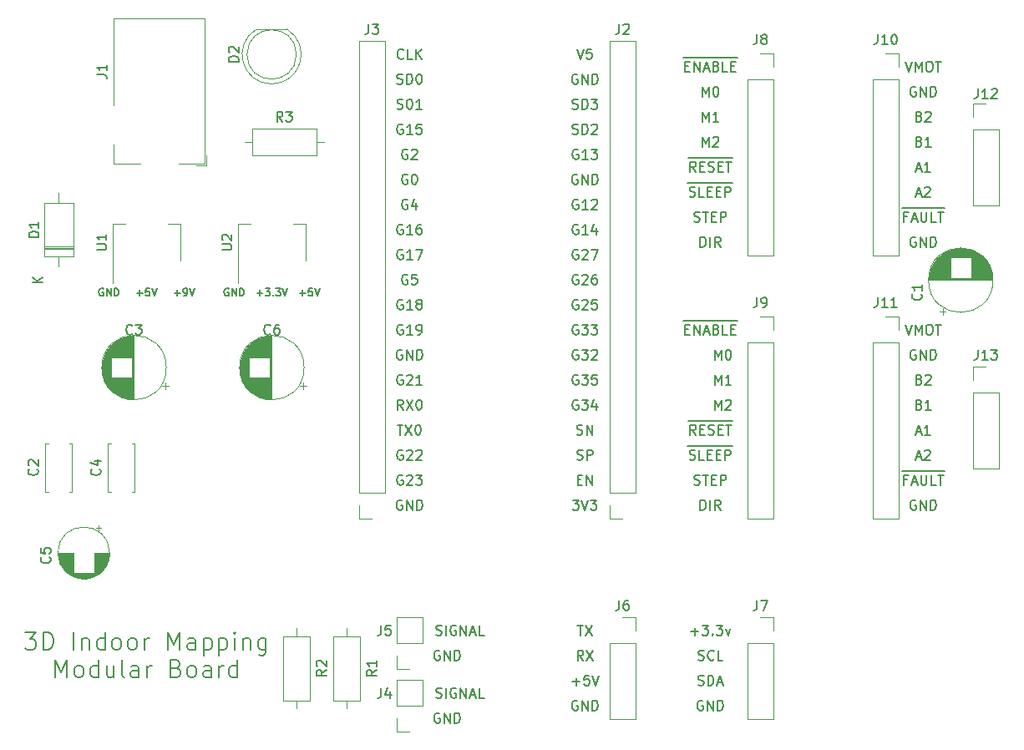
<source format=gbr>
G04 #@! TF.GenerationSoftware,KiCad,Pcbnew,5.1.6-c6e7f7d~86~ubuntu18.04.1*
G04 #@! TF.CreationDate,2020-06-24T19:05:53+01:00*
G04 #@! TF.ProjectId,placa_modular,706c6163-615f-46d6-9f64-756c61722e6b,V1.0*
G04 #@! TF.SameCoordinates,Original*
G04 #@! TF.FileFunction,Legend,Top*
G04 #@! TF.FilePolarity,Positive*
%FSLAX46Y46*%
G04 Gerber Fmt 4.6, Leading zero omitted, Abs format (unit mm)*
G04 Created by KiCad (PCBNEW 5.1.6-c6e7f7d~86~ubuntu18.04.1) date 2020-06-24 19:05:53*
%MOMM*%
%LPD*%
G01*
G04 APERTURE LIST*
%ADD10C,0.187500*%
%ADD11C,0.150000*%
%ADD12C,0.120000*%
G04 APERTURE END LIST*
D10*
X104445714Y-91493571D02*
X105017142Y-91493571D01*
X104731428Y-91779285D02*
X104731428Y-91207857D01*
X105731428Y-91029285D02*
X105374285Y-91029285D01*
X105338571Y-91386428D01*
X105374285Y-91350714D01*
X105445714Y-91315000D01*
X105624285Y-91315000D01*
X105695714Y-91350714D01*
X105731428Y-91386428D01*
X105767142Y-91457857D01*
X105767142Y-91636428D01*
X105731428Y-91707857D01*
X105695714Y-91743571D01*
X105624285Y-91779285D01*
X105445714Y-91779285D01*
X105374285Y-91743571D01*
X105338571Y-91707857D01*
X105981428Y-91029285D02*
X106231428Y-91779285D01*
X106481428Y-91029285D01*
D11*
X76608333Y-125924166D02*
X77691666Y-125924166D01*
X77108333Y-126590833D01*
X77358333Y-126590833D01*
X77525000Y-126674166D01*
X77608333Y-126757500D01*
X77691666Y-126924166D01*
X77691666Y-127340833D01*
X77608333Y-127507500D01*
X77525000Y-127590833D01*
X77358333Y-127674166D01*
X76858333Y-127674166D01*
X76691666Y-127590833D01*
X76608333Y-127507500D01*
X78441666Y-127674166D02*
X78441666Y-125924166D01*
X78858333Y-125924166D01*
X79108333Y-126007500D01*
X79275000Y-126174166D01*
X79358333Y-126340833D01*
X79441666Y-126674166D01*
X79441666Y-126924166D01*
X79358333Y-127257500D01*
X79275000Y-127424166D01*
X79108333Y-127590833D01*
X78858333Y-127674166D01*
X78441666Y-127674166D01*
X81525000Y-127674166D02*
X81525000Y-125924166D01*
X82358333Y-126507500D02*
X82358333Y-127674166D01*
X82358333Y-126674166D02*
X82441666Y-126590833D01*
X82608333Y-126507500D01*
X82858333Y-126507500D01*
X83025000Y-126590833D01*
X83108333Y-126757500D01*
X83108333Y-127674166D01*
X84691666Y-127674166D02*
X84691666Y-125924166D01*
X84691666Y-127590833D02*
X84525000Y-127674166D01*
X84191666Y-127674166D01*
X84025000Y-127590833D01*
X83941666Y-127507500D01*
X83858333Y-127340833D01*
X83858333Y-126840833D01*
X83941666Y-126674166D01*
X84025000Y-126590833D01*
X84191666Y-126507500D01*
X84525000Y-126507500D01*
X84691666Y-126590833D01*
X85775000Y-127674166D02*
X85608333Y-127590833D01*
X85525000Y-127507500D01*
X85441666Y-127340833D01*
X85441666Y-126840833D01*
X85525000Y-126674166D01*
X85608333Y-126590833D01*
X85775000Y-126507500D01*
X86025000Y-126507500D01*
X86191666Y-126590833D01*
X86275000Y-126674166D01*
X86358333Y-126840833D01*
X86358333Y-127340833D01*
X86275000Y-127507500D01*
X86191666Y-127590833D01*
X86025000Y-127674166D01*
X85775000Y-127674166D01*
X87358333Y-127674166D02*
X87191666Y-127590833D01*
X87108333Y-127507500D01*
X87025000Y-127340833D01*
X87025000Y-126840833D01*
X87108333Y-126674166D01*
X87191666Y-126590833D01*
X87358333Y-126507500D01*
X87608333Y-126507500D01*
X87775000Y-126590833D01*
X87858333Y-126674166D01*
X87941666Y-126840833D01*
X87941666Y-127340833D01*
X87858333Y-127507500D01*
X87775000Y-127590833D01*
X87608333Y-127674166D01*
X87358333Y-127674166D01*
X88691666Y-127674166D02*
X88691666Y-126507500D01*
X88691666Y-126840833D02*
X88775000Y-126674166D01*
X88858333Y-126590833D01*
X89025000Y-126507500D01*
X89191666Y-126507500D01*
X91108333Y-127674166D02*
X91108333Y-125924166D01*
X91691666Y-127174166D01*
X92275000Y-125924166D01*
X92275000Y-127674166D01*
X93858333Y-127674166D02*
X93858333Y-126757500D01*
X93775000Y-126590833D01*
X93608333Y-126507500D01*
X93275000Y-126507500D01*
X93108333Y-126590833D01*
X93858333Y-127590833D02*
X93691666Y-127674166D01*
X93275000Y-127674166D01*
X93108333Y-127590833D01*
X93025000Y-127424166D01*
X93025000Y-127257500D01*
X93108333Y-127090833D01*
X93275000Y-127007500D01*
X93691666Y-127007500D01*
X93858333Y-126924166D01*
X94691666Y-126507500D02*
X94691666Y-128257500D01*
X94691666Y-126590833D02*
X94858333Y-126507500D01*
X95191666Y-126507500D01*
X95358333Y-126590833D01*
X95441666Y-126674166D01*
X95525000Y-126840833D01*
X95525000Y-127340833D01*
X95441666Y-127507500D01*
X95358333Y-127590833D01*
X95191666Y-127674166D01*
X94858333Y-127674166D01*
X94691666Y-127590833D01*
X96275000Y-126507500D02*
X96275000Y-128257500D01*
X96275000Y-126590833D02*
X96441666Y-126507500D01*
X96775000Y-126507500D01*
X96941666Y-126590833D01*
X97025000Y-126674166D01*
X97108333Y-126840833D01*
X97108333Y-127340833D01*
X97025000Y-127507500D01*
X96941666Y-127590833D01*
X96775000Y-127674166D01*
X96441666Y-127674166D01*
X96275000Y-127590833D01*
X97858333Y-127674166D02*
X97858333Y-126507500D01*
X97858333Y-125924166D02*
X97775000Y-126007500D01*
X97858333Y-126090833D01*
X97941666Y-126007500D01*
X97858333Y-125924166D01*
X97858333Y-126090833D01*
X98691666Y-126507500D02*
X98691666Y-127674166D01*
X98691666Y-126674166D02*
X98775000Y-126590833D01*
X98941666Y-126507500D01*
X99191666Y-126507500D01*
X99358333Y-126590833D01*
X99441666Y-126757500D01*
X99441666Y-127674166D01*
X101025000Y-126507500D02*
X101025000Y-127924166D01*
X100941666Y-128090833D01*
X100858333Y-128174166D01*
X100691666Y-128257500D01*
X100441666Y-128257500D01*
X100275000Y-128174166D01*
X101025000Y-127590833D02*
X100858333Y-127674166D01*
X100525000Y-127674166D01*
X100358333Y-127590833D01*
X100275000Y-127507500D01*
X100191666Y-127340833D01*
X100191666Y-126840833D01*
X100275000Y-126674166D01*
X100358333Y-126590833D01*
X100525000Y-126507500D01*
X100858333Y-126507500D01*
X101025000Y-126590833D01*
X79691666Y-130449166D02*
X79691666Y-128699166D01*
X80275000Y-129949166D01*
X80858333Y-128699166D01*
X80858333Y-130449166D01*
X81941666Y-130449166D02*
X81775000Y-130365833D01*
X81691666Y-130282500D01*
X81608333Y-130115833D01*
X81608333Y-129615833D01*
X81691666Y-129449166D01*
X81775000Y-129365833D01*
X81941666Y-129282500D01*
X82191666Y-129282500D01*
X82358333Y-129365833D01*
X82441666Y-129449166D01*
X82525000Y-129615833D01*
X82525000Y-130115833D01*
X82441666Y-130282500D01*
X82358333Y-130365833D01*
X82191666Y-130449166D01*
X81941666Y-130449166D01*
X84025000Y-130449166D02*
X84025000Y-128699166D01*
X84025000Y-130365833D02*
X83858333Y-130449166D01*
X83525000Y-130449166D01*
X83358333Y-130365833D01*
X83275000Y-130282500D01*
X83191666Y-130115833D01*
X83191666Y-129615833D01*
X83275000Y-129449166D01*
X83358333Y-129365833D01*
X83525000Y-129282500D01*
X83858333Y-129282500D01*
X84025000Y-129365833D01*
X85608333Y-129282500D02*
X85608333Y-130449166D01*
X84858333Y-129282500D02*
X84858333Y-130199166D01*
X84941666Y-130365833D01*
X85108333Y-130449166D01*
X85358333Y-130449166D01*
X85525000Y-130365833D01*
X85608333Y-130282500D01*
X86691666Y-130449166D02*
X86525000Y-130365833D01*
X86441666Y-130199166D01*
X86441666Y-128699166D01*
X88108333Y-130449166D02*
X88108333Y-129532500D01*
X88025000Y-129365833D01*
X87858333Y-129282500D01*
X87525000Y-129282500D01*
X87358333Y-129365833D01*
X88108333Y-130365833D02*
X87941666Y-130449166D01*
X87525000Y-130449166D01*
X87358333Y-130365833D01*
X87275000Y-130199166D01*
X87275000Y-130032500D01*
X87358333Y-129865833D01*
X87525000Y-129782500D01*
X87941666Y-129782500D01*
X88108333Y-129699166D01*
X88941666Y-130449166D02*
X88941666Y-129282500D01*
X88941666Y-129615833D02*
X89025000Y-129449166D01*
X89108333Y-129365833D01*
X89275000Y-129282500D01*
X89441666Y-129282500D01*
X91941666Y-129532500D02*
X92191666Y-129615833D01*
X92275000Y-129699166D01*
X92358333Y-129865833D01*
X92358333Y-130115833D01*
X92275000Y-130282500D01*
X92191666Y-130365833D01*
X92025000Y-130449166D01*
X91358333Y-130449166D01*
X91358333Y-128699166D01*
X91941666Y-128699166D01*
X92108333Y-128782500D01*
X92191666Y-128865833D01*
X92275000Y-129032500D01*
X92275000Y-129199166D01*
X92191666Y-129365833D01*
X92108333Y-129449166D01*
X91941666Y-129532500D01*
X91358333Y-129532500D01*
X93358333Y-130449166D02*
X93191666Y-130365833D01*
X93108333Y-130282500D01*
X93025000Y-130115833D01*
X93025000Y-129615833D01*
X93108333Y-129449166D01*
X93191666Y-129365833D01*
X93358333Y-129282500D01*
X93608333Y-129282500D01*
X93775000Y-129365833D01*
X93858333Y-129449166D01*
X93941666Y-129615833D01*
X93941666Y-130115833D01*
X93858333Y-130282500D01*
X93775000Y-130365833D01*
X93608333Y-130449166D01*
X93358333Y-130449166D01*
X95441666Y-130449166D02*
X95441666Y-129532500D01*
X95358333Y-129365833D01*
X95191666Y-129282500D01*
X94858333Y-129282500D01*
X94691666Y-129365833D01*
X95441666Y-130365833D02*
X95275000Y-130449166D01*
X94858333Y-130449166D01*
X94691666Y-130365833D01*
X94608333Y-130199166D01*
X94608333Y-130032500D01*
X94691666Y-129865833D01*
X94858333Y-129782500D01*
X95275000Y-129782500D01*
X95441666Y-129699166D01*
X96275000Y-130449166D02*
X96275000Y-129282500D01*
X96275000Y-129615833D02*
X96358333Y-129449166D01*
X96441666Y-129365833D01*
X96608333Y-129282500D01*
X96775000Y-129282500D01*
X98108333Y-130449166D02*
X98108333Y-128699166D01*
X98108333Y-130365833D02*
X97941666Y-130449166D01*
X97608333Y-130449166D01*
X97441666Y-130365833D01*
X97358333Y-130282500D01*
X97275000Y-130115833D01*
X97275000Y-129615833D01*
X97358333Y-129449166D01*
X97441666Y-129365833D01*
X97608333Y-129282500D01*
X97941666Y-129282500D01*
X98108333Y-129365833D01*
X118269047Y-126134761D02*
X118411904Y-126182380D01*
X118650000Y-126182380D01*
X118745238Y-126134761D01*
X118792857Y-126087142D01*
X118840476Y-125991904D01*
X118840476Y-125896666D01*
X118792857Y-125801428D01*
X118745238Y-125753809D01*
X118650000Y-125706190D01*
X118459523Y-125658571D01*
X118364285Y-125610952D01*
X118316666Y-125563333D01*
X118269047Y-125468095D01*
X118269047Y-125372857D01*
X118316666Y-125277619D01*
X118364285Y-125230000D01*
X118459523Y-125182380D01*
X118697619Y-125182380D01*
X118840476Y-125230000D01*
X119269047Y-126182380D02*
X119269047Y-125182380D01*
X120269047Y-125230000D02*
X120173809Y-125182380D01*
X120030952Y-125182380D01*
X119888095Y-125230000D01*
X119792857Y-125325238D01*
X119745238Y-125420476D01*
X119697619Y-125610952D01*
X119697619Y-125753809D01*
X119745238Y-125944285D01*
X119792857Y-126039523D01*
X119888095Y-126134761D01*
X120030952Y-126182380D01*
X120126190Y-126182380D01*
X120269047Y-126134761D01*
X120316666Y-126087142D01*
X120316666Y-125753809D01*
X120126190Y-125753809D01*
X120745238Y-126182380D02*
X120745238Y-125182380D01*
X121316666Y-126182380D01*
X121316666Y-125182380D01*
X121745238Y-125896666D02*
X122221428Y-125896666D01*
X121650000Y-126182380D02*
X121983333Y-125182380D01*
X122316666Y-126182380D01*
X123126190Y-126182380D02*
X122650000Y-126182380D01*
X122650000Y-125182380D01*
X118269047Y-132484761D02*
X118411904Y-132532380D01*
X118650000Y-132532380D01*
X118745238Y-132484761D01*
X118792857Y-132437142D01*
X118840476Y-132341904D01*
X118840476Y-132246666D01*
X118792857Y-132151428D01*
X118745238Y-132103809D01*
X118650000Y-132056190D01*
X118459523Y-132008571D01*
X118364285Y-131960952D01*
X118316666Y-131913333D01*
X118269047Y-131818095D01*
X118269047Y-131722857D01*
X118316666Y-131627619D01*
X118364285Y-131580000D01*
X118459523Y-131532380D01*
X118697619Y-131532380D01*
X118840476Y-131580000D01*
X119269047Y-132532380D02*
X119269047Y-131532380D01*
X120269047Y-131580000D02*
X120173809Y-131532380D01*
X120030952Y-131532380D01*
X119888095Y-131580000D01*
X119792857Y-131675238D01*
X119745238Y-131770476D01*
X119697619Y-131960952D01*
X119697619Y-132103809D01*
X119745238Y-132294285D01*
X119792857Y-132389523D01*
X119888095Y-132484761D01*
X120030952Y-132532380D01*
X120126190Y-132532380D01*
X120269047Y-132484761D01*
X120316666Y-132437142D01*
X120316666Y-132103809D01*
X120126190Y-132103809D01*
X120745238Y-132532380D02*
X120745238Y-131532380D01*
X121316666Y-132532380D01*
X121316666Y-131532380D01*
X121745238Y-132246666D02*
X122221428Y-132246666D01*
X121650000Y-132532380D02*
X121983333Y-131532380D01*
X122316666Y-132532380D01*
X123126190Y-132532380D02*
X122650000Y-132532380D01*
X122650000Y-131532380D01*
X118618095Y-134120000D02*
X118522857Y-134072380D01*
X118380000Y-134072380D01*
X118237142Y-134120000D01*
X118141904Y-134215238D01*
X118094285Y-134310476D01*
X118046666Y-134500952D01*
X118046666Y-134643809D01*
X118094285Y-134834285D01*
X118141904Y-134929523D01*
X118237142Y-135024761D01*
X118380000Y-135072380D01*
X118475238Y-135072380D01*
X118618095Y-135024761D01*
X118665714Y-134977142D01*
X118665714Y-134643809D01*
X118475238Y-134643809D01*
X119094285Y-135072380D02*
X119094285Y-134072380D01*
X119665714Y-135072380D01*
X119665714Y-134072380D01*
X120141904Y-135072380D02*
X120141904Y-134072380D01*
X120380000Y-134072380D01*
X120522857Y-134120000D01*
X120618095Y-134215238D01*
X120665714Y-134310476D01*
X120713333Y-134500952D01*
X120713333Y-134643809D01*
X120665714Y-134834285D01*
X120618095Y-134929523D01*
X120522857Y-135024761D01*
X120380000Y-135072380D01*
X120141904Y-135072380D01*
X118618095Y-127770000D02*
X118522857Y-127722380D01*
X118380000Y-127722380D01*
X118237142Y-127770000D01*
X118141904Y-127865238D01*
X118094285Y-127960476D01*
X118046666Y-128150952D01*
X118046666Y-128293809D01*
X118094285Y-128484285D01*
X118141904Y-128579523D01*
X118237142Y-128674761D01*
X118380000Y-128722380D01*
X118475238Y-128722380D01*
X118618095Y-128674761D01*
X118665714Y-128627142D01*
X118665714Y-128293809D01*
X118475238Y-128293809D01*
X119094285Y-128722380D02*
X119094285Y-127722380D01*
X119665714Y-128722380D01*
X119665714Y-127722380D01*
X120141904Y-128722380D02*
X120141904Y-127722380D01*
X120380000Y-127722380D01*
X120522857Y-127770000D01*
X120618095Y-127865238D01*
X120665714Y-127960476D01*
X120713333Y-128150952D01*
X120713333Y-128293809D01*
X120665714Y-128484285D01*
X120618095Y-128579523D01*
X120522857Y-128674761D01*
X120380000Y-128722380D01*
X120141904Y-128722380D01*
X100100000Y-91493571D02*
X100671428Y-91493571D01*
X100385714Y-91779285D02*
X100385714Y-91207857D01*
X100957142Y-91029285D02*
X101421428Y-91029285D01*
X101171428Y-91315000D01*
X101278571Y-91315000D01*
X101350000Y-91350714D01*
X101385714Y-91386428D01*
X101421428Y-91457857D01*
X101421428Y-91636428D01*
X101385714Y-91707857D01*
X101350000Y-91743571D01*
X101278571Y-91779285D01*
X101064285Y-91779285D01*
X100992857Y-91743571D01*
X100957142Y-91707857D01*
X101742857Y-91707857D02*
X101778571Y-91743571D01*
X101742857Y-91779285D01*
X101707142Y-91743571D01*
X101742857Y-91707857D01*
X101742857Y-91779285D01*
X102028571Y-91029285D02*
X102492857Y-91029285D01*
X102242857Y-91315000D01*
X102350000Y-91315000D01*
X102421428Y-91350714D01*
X102457142Y-91386428D01*
X102492857Y-91457857D01*
X102492857Y-91636428D01*
X102457142Y-91707857D01*
X102421428Y-91743571D01*
X102350000Y-91779285D01*
X102135714Y-91779285D01*
X102064285Y-91743571D01*
X102028571Y-91707857D01*
X102707142Y-91029285D02*
X102957142Y-91779285D01*
X103207142Y-91029285D01*
X97218571Y-91065000D02*
X97147142Y-91029285D01*
X97040000Y-91029285D01*
X96932857Y-91065000D01*
X96861428Y-91136428D01*
X96825714Y-91207857D01*
X96790000Y-91350714D01*
X96790000Y-91457857D01*
X96825714Y-91600714D01*
X96861428Y-91672142D01*
X96932857Y-91743571D01*
X97040000Y-91779285D01*
X97111428Y-91779285D01*
X97218571Y-91743571D01*
X97254285Y-91707857D01*
X97254285Y-91457857D01*
X97111428Y-91457857D01*
X97575714Y-91779285D02*
X97575714Y-91029285D01*
X98004285Y-91779285D01*
X98004285Y-91029285D01*
X98361428Y-91779285D02*
X98361428Y-91029285D01*
X98540000Y-91029285D01*
X98647142Y-91065000D01*
X98718571Y-91136428D01*
X98754285Y-91207857D01*
X98790000Y-91350714D01*
X98790000Y-91457857D01*
X98754285Y-91600714D01*
X98718571Y-91672142D01*
X98647142Y-91743571D01*
X98540000Y-91779285D01*
X98361428Y-91779285D01*
X91745714Y-91493571D02*
X92317142Y-91493571D01*
X92031428Y-91779285D02*
X92031428Y-91207857D01*
X92710000Y-91779285D02*
X92852857Y-91779285D01*
X92924285Y-91743571D01*
X92960000Y-91707857D01*
X93031428Y-91600714D01*
X93067142Y-91457857D01*
X93067142Y-91172142D01*
X93031428Y-91100714D01*
X92995714Y-91065000D01*
X92924285Y-91029285D01*
X92781428Y-91029285D01*
X92710000Y-91065000D01*
X92674285Y-91100714D01*
X92638571Y-91172142D01*
X92638571Y-91350714D01*
X92674285Y-91422142D01*
X92710000Y-91457857D01*
X92781428Y-91493571D01*
X92924285Y-91493571D01*
X92995714Y-91457857D01*
X93031428Y-91422142D01*
X93067142Y-91350714D01*
X93281428Y-91029285D02*
X93531428Y-91779285D01*
X93781428Y-91029285D01*
X87935714Y-91493571D02*
X88507142Y-91493571D01*
X88221428Y-91779285D02*
X88221428Y-91207857D01*
X89221428Y-91029285D02*
X88864285Y-91029285D01*
X88828571Y-91386428D01*
X88864285Y-91350714D01*
X88935714Y-91315000D01*
X89114285Y-91315000D01*
X89185714Y-91350714D01*
X89221428Y-91386428D01*
X89257142Y-91457857D01*
X89257142Y-91636428D01*
X89221428Y-91707857D01*
X89185714Y-91743571D01*
X89114285Y-91779285D01*
X88935714Y-91779285D01*
X88864285Y-91743571D01*
X88828571Y-91707857D01*
X89471428Y-91029285D02*
X89721428Y-91779285D01*
X89971428Y-91029285D01*
X84518571Y-91065000D02*
X84447142Y-91029285D01*
X84340000Y-91029285D01*
X84232857Y-91065000D01*
X84161428Y-91136428D01*
X84125714Y-91207857D01*
X84090000Y-91350714D01*
X84090000Y-91457857D01*
X84125714Y-91600714D01*
X84161428Y-91672142D01*
X84232857Y-91743571D01*
X84340000Y-91779285D01*
X84411428Y-91779285D01*
X84518571Y-91743571D01*
X84554285Y-91707857D01*
X84554285Y-91457857D01*
X84411428Y-91457857D01*
X84875714Y-91779285D02*
X84875714Y-91029285D01*
X85304285Y-91779285D01*
X85304285Y-91029285D01*
X85661428Y-91779285D02*
X85661428Y-91029285D01*
X85840000Y-91029285D01*
X85947142Y-91065000D01*
X86018571Y-91136428D01*
X86054285Y-91207857D01*
X86090000Y-91350714D01*
X86090000Y-91457857D01*
X86054285Y-91600714D01*
X86018571Y-91672142D01*
X85947142Y-91743571D01*
X85840000Y-91779285D01*
X85661428Y-91779285D01*
X132588095Y-132850000D02*
X132492857Y-132802380D01*
X132350000Y-132802380D01*
X132207142Y-132850000D01*
X132111904Y-132945238D01*
X132064285Y-133040476D01*
X132016666Y-133230952D01*
X132016666Y-133373809D01*
X132064285Y-133564285D01*
X132111904Y-133659523D01*
X132207142Y-133754761D01*
X132350000Y-133802380D01*
X132445238Y-133802380D01*
X132588095Y-133754761D01*
X132635714Y-133707142D01*
X132635714Y-133373809D01*
X132445238Y-133373809D01*
X133064285Y-133802380D02*
X133064285Y-132802380D01*
X133635714Y-133802380D01*
X133635714Y-132802380D01*
X134111904Y-133802380D02*
X134111904Y-132802380D01*
X134350000Y-132802380D01*
X134492857Y-132850000D01*
X134588095Y-132945238D01*
X134635714Y-133040476D01*
X134683333Y-133230952D01*
X134683333Y-133373809D01*
X134635714Y-133564285D01*
X134588095Y-133659523D01*
X134492857Y-133754761D01*
X134350000Y-133802380D01*
X134111904Y-133802380D01*
X132064285Y-130881428D02*
X132826190Y-130881428D01*
X132445238Y-131262380D02*
X132445238Y-130500476D01*
X133778571Y-130262380D02*
X133302380Y-130262380D01*
X133254761Y-130738571D01*
X133302380Y-130690952D01*
X133397619Y-130643333D01*
X133635714Y-130643333D01*
X133730952Y-130690952D01*
X133778571Y-130738571D01*
X133826190Y-130833809D01*
X133826190Y-131071904D01*
X133778571Y-131167142D01*
X133730952Y-131214761D01*
X133635714Y-131262380D01*
X133397619Y-131262380D01*
X133302380Y-131214761D01*
X133254761Y-131167142D01*
X134111904Y-130262380D02*
X134445238Y-131262380D01*
X134778571Y-130262380D01*
X133183333Y-128722380D02*
X132850000Y-128246190D01*
X132611904Y-128722380D02*
X132611904Y-127722380D01*
X132992857Y-127722380D01*
X133088095Y-127770000D01*
X133135714Y-127817619D01*
X133183333Y-127912857D01*
X133183333Y-128055714D01*
X133135714Y-128150952D01*
X133088095Y-128198571D01*
X132992857Y-128246190D01*
X132611904Y-128246190D01*
X133516666Y-127722380D02*
X134183333Y-128722380D01*
X134183333Y-127722380D02*
X133516666Y-128722380D01*
X132588095Y-125182380D02*
X133159523Y-125182380D01*
X132873809Y-126182380D02*
X132873809Y-125182380D01*
X133397619Y-125182380D02*
X134064285Y-126182380D01*
X134064285Y-125182380D02*
X133397619Y-126182380D01*
X145288095Y-132850000D02*
X145192857Y-132802380D01*
X145050000Y-132802380D01*
X144907142Y-132850000D01*
X144811904Y-132945238D01*
X144764285Y-133040476D01*
X144716666Y-133230952D01*
X144716666Y-133373809D01*
X144764285Y-133564285D01*
X144811904Y-133659523D01*
X144907142Y-133754761D01*
X145050000Y-133802380D01*
X145145238Y-133802380D01*
X145288095Y-133754761D01*
X145335714Y-133707142D01*
X145335714Y-133373809D01*
X145145238Y-133373809D01*
X145764285Y-133802380D02*
X145764285Y-132802380D01*
X146335714Y-133802380D01*
X146335714Y-132802380D01*
X146811904Y-133802380D02*
X146811904Y-132802380D01*
X147050000Y-132802380D01*
X147192857Y-132850000D01*
X147288095Y-132945238D01*
X147335714Y-133040476D01*
X147383333Y-133230952D01*
X147383333Y-133373809D01*
X147335714Y-133564285D01*
X147288095Y-133659523D01*
X147192857Y-133754761D01*
X147050000Y-133802380D01*
X146811904Y-133802380D01*
X144835714Y-131214761D02*
X144978571Y-131262380D01*
X145216666Y-131262380D01*
X145311904Y-131214761D01*
X145359523Y-131167142D01*
X145407142Y-131071904D01*
X145407142Y-130976666D01*
X145359523Y-130881428D01*
X145311904Y-130833809D01*
X145216666Y-130786190D01*
X145026190Y-130738571D01*
X144930952Y-130690952D01*
X144883333Y-130643333D01*
X144835714Y-130548095D01*
X144835714Y-130452857D01*
X144883333Y-130357619D01*
X144930952Y-130310000D01*
X145026190Y-130262380D01*
X145264285Y-130262380D01*
X145407142Y-130310000D01*
X145835714Y-131262380D02*
X145835714Y-130262380D01*
X146073809Y-130262380D01*
X146216666Y-130310000D01*
X146311904Y-130405238D01*
X146359523Y-130500476D01*
X146407142Y-130690952D01*
X146407142Y-130833809D01*
X146359523Y-131024285D01*
X146311904Y-131119523D01*
X146216666Y-131214761D01*
X146073809Y-131262380D01*
X145835714Y-131262380D01*
X146788095Y-130976666D02*
X147264285Y-130976666D01*
X146692857Y-131262380D02*
X147026190Y-130262380D01*
X147359523Y-131262380D01*
X144859523Y-128674761D02*
X145002380Y-128722380D01*
X145240476Y-128722380D01*
X145335714Y-128674761D01*
X145383333Y-128627142D01*
X145430952Y-128531904D01*
X145430952Y-128436666D01*
X145383333Y-128341428D01*
X145335714Y-128293809D01*
X145240476Y-128246190D01*
X145050000Y-128198571D01*
X144954761Y-128150952D01*
X144907142Y-128103333D01*
X144859523Y-128008095D01*
X144859523Y-127912857D01*
X144907142Y-127817619D01*
X144954761Y-127770000D01*
X145050000Y-127722380D01*
X145288095Y-127722380D01*
X145430952Y-127770000D01*
X146430952Y-128627142D02*
X146383333Y-128674761D01*
X146240476Y-128722380D01*
X146145238Y-128722380D01*
X146002380Y-128674761D01*
X145907142Y-128579523D01*
X145859523Y-128484285D01*
X145811904Y-128293809D01*
X145811904Y-128150952D01*
X145859523Y-127960476D01*
X145907142Y-127865238D01*
X146002380Y-127770000D01*
X146145238Y-127722380D01*
X146240476Y-127722380D01*
X146383333Y-127770000D01*
X146430952Y-127817619D01*
X147335714Y-128722380D02*
X146859523Y-128722380D01*
X146859523Y-127722380D01*
X144097619Y-125801428D02*
X144859523Y-125801428D01*
X144478571Y-126182380D02*
X144478571Y-125420476D01*
X145240476Y-125182380D02*
X145859523Y-125182380D01*
X145526190Y-125563333D01*
X145669047Y-125563333D01*
X145764285Y-125610952D01*
X145811904Y-125658571D01*
X145859523Y-125753809D01*
X145859523Y-125991904D01*
X145811904Y-126087142D01*
X145764285Y-126134761D01*
X145669047Y-126182380D01*
X145383333Y-126182380D01*
X145288095Y-126134761D01*
X145240476Y-126087142D01*
X146288095Y-126087142D02*
X146335714Y-126134761D01*
X146288095Y-126182380D01*
X146240476Y-126134761D01*
X146288095Y-126087142D01*
X146288095Y-126182380D01*
X146669047Y-125182380D02*
X147288095Y-125182380D01*
X146954761Y-125563333D01*
X147097619Y-125563333D01*
X147192857Y-125610952D01*
X147240476Y-125658571D01*
X147288095Y-125753809D01*
X147288095Y-125991904D01*
X147240476Y-126087142D01*
X147192857Y-126134761D01*
X147097619Y-126182380D01*
X146811904Y-126182380D01*
X146716666Y-126134761D01*
X146669047Y-126087142D01*
X147621428Y-125515714D02*
X147859523Y-126182380D01*
X148097619Y-125515714D01*
X132088095Y-72794761D02*
X132230952Y-72842380D01*
X132469047Y-72842380D01*
X132564285Y-72794761D01*
X132611904Y-72747142D01*
X132659523Y-72651904D01*
X132659523Y-72556666D01*
X132611904Y-72461428D01*
X132564285Y-72413809D01*
X132469047Y-72366190D01*
X132278571Y-72318571D01*
X132183333Y-72270952D01*
X132135714Y-72223333D01*
X132088095Y-72128095D01*
X132088095Y-72032857D01*
X132135714Y-71937619D01*
X132183333Y-71890000D01*
X132278571Y-71842380D01*
X132516666Y-71842380D01*
X132659523Y-71890000D01*
X133088095Y-72842380D02*
X133088095Y-71842380D01*
X133326190Y-71842380D01*
X133469047Y-71890000D01*
X133564285Y-71985238D01*
X133611904Y-72080476D01*
X133659523Y-72270952D01*
X133659523Y-72413809D01*
X133611904Y-72604285D01*
X133564285Y-72699523D01*
X133469047Y-72794761D01*
X133326190Y-72842380D01*
X133088095Y-72842380D01*
X133992857Y-71842380D02*
X134611904Y-71842380D01*
X134278571Y-72223333D01*
X134421428Y-72223333D01*
X134516666Y-72270952D01*
X134564285Y-72318571D01*
X134611904Y-72413809D01*
X134611904Y-72651904D01*
X134564285Y-72747142D01*
X134516666Y-72794761D01*
X134421428Y-72842380D01*
X134135714Y-72842380D01*
X134040476Y-72794761D01*
X133992857Y-72747142D01*
X132111904Y-112482380D02*
X132730952Y-112482380D01*
X132397619Y-112863333D01*
X132540476Y-112863333D01*
X132635714Y-112910952D01*
X132683333Y-112958571D01*
X132730952Y-113053809D01*
X132730952Y-113291904D01*
X132683333Y-113387142D01*
X132635714Y-113434761D01*
X132540476Y-113482380D01*
X132254761Y-113482380D01*
X132159523Y-113434761D01*
X132111904Y-113387142D01*
X133016666Y-112482380D02*
X133350000Y-113482380D01*
X133683333Y-112482380D01*
X133921428Y-112482380D02*
X134540476Y-112482380D01*
X134207142Y-112863333D01*
X134350000Y-112863333D01*
X134445238Y-112910952D01*
X134492857Y-112958571D01*
X134540476Y-113053809D01*
X134540476Y-113291904D01*
X134492857Y-113387142D01*
X134445238Y-113434761D01*
X134350000Y-113482380D01*
X134064285Y-113482380D01*
X133969047Y-113434761D01*
X133921428Y-113387142D01*
X132611904Y-110418571D02*
X132945238Y-110418571D01*
X133088095Y-110942380D02*
X132611904Y-110942380D01*
X132611904Y-109942380D01*
X133088095Y-109942380D01*
X133516666Y-110942380D02*
X133516666Y-109942380D01*
X134088095Y-110942380D01*
X134088095Y-109942380D01*
X132564285Y-108354761D02*
X132707142Y-108402380D01*
X132945238Y-108402380D01*
X133040476Y-108354761D01*
X133088095Y-108307142D01*
X133135714Y-108211904D01*
X133135714Y-108116666D01*
X133088095Y-108021428D01*
X133040476Y-107973809D01*
X132945238Y-107926190D01*
X132754761Y-107878571D01*
X132659523Y-107830952D01*
X132611904Y-107783333D01*
X132564285Y-107688095D01*
X132564285Y-107592857D01*
X132611904Y-107497619D01*
X132659523Y-107450000D01*
X132754761Y-107402380D01*
X132992857Y-107402380D01*
X133135714Y-107450000D01*
X133564285Y-108402380D02*
X133564285Y-107402380D01*
X133945238Y-107402380D01*
X134040476Y-107450000D01*
X134088095Y-107497619D01*
X134135714Y-107592857D01*
X134135714Y-107735714D01*
X134088095Y-107830952D01*
X134040476Y-107878571D01*
X133945238Y-107926190D01*
X133564285Y-107926190D01*
X132540476Y-105814761D02*
X132683333Y-105862380D01*
X132921428Y-105862380D01*
X133016666Y-105814761D01*
X133064285Y-105767142D01*
X133111904Y-105671904D01*
X133111904Y-105576666D01*
X133064285Y-105481428D01*
X133016666Y-105433809D01*
X132921428Y-105386190D01*
X132730952Y-105338571D01*
X132635714Y-105290952D01*
X132588095Y-105243333D01*
X132540476Y-105148095D01*
X132540476Y-105052857D01*
X132588095Y-104957619D01*
X132635714Y-104910000D01*
X132730952Y-104862380D01*
X132969047Y-104862380D01*
X133111904Y-104910000D01*
X133540476Y-105862380D02*
X133540476Y-104862380D01*
X134111904Y-105862380D01*
X134111904Y-104862380D01*
X132659523Y-102370000D02*
X132564285Y-102322380D01*
X132421428Y-102322380D01*
X132278571Y-102370000D01*
X132183333Y-102465238D01*
X132135714Y-102560476D01*
X132088095Y-102750952D01*
X132088095Y-102893809D01*
X132135714Y-103084285D01*
X132183333Y-103179523D01*
X132278571Y-103274761D01*
X132421428Y-103322380D01*
X132516666Y-103322380D01*
X132659523Y-103274761D01*
X132707142Y-103227142D01*
X132707142Y-102893809D01*
X132516666Y-102893809D01*
X133040476Y-102322380D02*
X133659523Y-102322380D01*
X133326190Y-102703333D01*
X133469047Y-102703333D01*
X133564285Y-102750952D01*
X133611904Y-102798571D01*
X133659523Y-102893809D01*
X133659523Y-103131904D01*
X133611904Y-103227142D01*
X133564285Y-103274761D01*
X133469047Y-103322380D01*
X133183333Y-103322380D01*
X133088095Y-103274761D01*
X133040476Y-103227142D01*
X134516666Y-102655714D02*
X134516666Y-103322380D01*
X134278571Y-102274761D02*
X134040476Y-102989047D01*
X134659523Y-102989047D01*
X132659523Y-99830000D02*
X132564285Y-99782380D01*
X132421428Y-99782380D01*
X132278571Y-99830000D01*
X132183333Y-99925238D01*
X132135714Y-100020476D01*
X132088095Y-100210952D01*
X132088095Y-100353809D01*
X132135714Y-100544285D01*
X132183333Y-100639523D01*
X132278571Y-100734761D01*
X132421428Y-100782380D01*
X132516666Y-100782380D01*
X132659523Y-100734761D01*
X132707142Y-100687142D01*
X132707142Y-100353809D01*
X132516666Y-100353809D01*
X133040476Y-99782380D02*
X133659523Y-99782380D01*
X133326190Y-100163333D01*
X133469047Y-100163333D01*
X133564285Y-100210952D01*
X133611904Y-100258571D01*
X133659523Y-100353809D01*
X133659523Y-100591904D01*
X133611904Y-100687142D01*
X133564285Y-100734761D01*
X133469047Y-100782380D01*
X133183333Y-100782380D01*
X133088095Y-100734761D01*
X133040476Y-100687142D01*
X134564285Y-99782380D02*
X134088095Y-99782380D01*
X134040476Y-100258571D01*
X134088095Y-100210952D01*
X134183333Y-100163333D01*
X134421428Y-100163333D01*
X134516666Y-100210952D01*
X134564285Y-100258571D01*
X134611904Y-100353809D01*
X134611904Y-100591904D01*
X134564285Y-100687142D01*
X134516666Y-100734761D01*
X134421428Y-100782380D01*
X134183333Y-100782380D01*
X134088095Y-100734761D01*
X134040476Y-100687142D01*
X132659523Y-97290000D02*
X132564285Y-97242380D01*
X132421428Y-97242380D01*
X132278571Y-97290000D01*
X132183333Y-97385238D01*
X132135714Y-97480476D01*
X132088095Y-97670952D01*
X132088095Y-97813809D01*
X132135714Y-98004285D01*
X132183333Y-98099523D01*
X132278571Y-98194761D01*
X132421428Y-98242380D01*
X132516666Y-98242380D01*
X132659523Y-98194761D01*
X132707142Y-98147142D01*
X132707142Y-97813809D01*
X132516666Y-97813809D01*
X133040476Y-97242380D02*
X133659523Y-97242380D01*
X133326190Y-97623333D01*
X133469047Y-97623333D01*
X133564285Y-97670952D01*
X133611904Y-97718571D01*
X133659523Y-97813809D01*
X133659523Y-98051904D01*
X133611904Y-98147142D01*
X133564285Y-98194761D01*
X133469047Y-98242380D01*
X133183333Y-98242380D01*
X133088095Y-98194761D01*
X133040476Y-98147142D01*
X134040476Y-97337619D02*
X134088095Y-97290000D01*
X134183333Y-97242380D01*
X134421428Y-97242380D01*
X134516666Y-97290000D01*
X134564285Y-97337619D01*
X134611904Y-97432857D01*
X134611904Y-97528095D01*
X134564285Y-97670952D01*
X133992857Y-98242380D01*
X134611904Y-98242380D01*
X132659523Y-94750000D02*
X132564285Y-94702380D01*
X132421428Y-94702380D01*
X132278571Y-94750000D01*
X132183333Y-94845238D01*
X132135714Y-94940476D01*
X132088095Y-95130952D01*
X132088095Y-95273809D01*
X132135714Y-95464285D01*
X132183333Y-95559523D01*
X132278571Y-95654761D01*
X132421428Y-95702380D01*
X132516666Y-95702380D01*
X132659523Y-95654761D01*
X132707142Y-95607142D01*
X132707142Y-95273809D01*
X132516666Y-95273809D01*
X133040476Y-94702380D02*
X133659523Y-94702380D01*
X133326190Y-95083333D01*
X133469047Y-95083333D01*
X133564285Y-95130952D01*
X133611904Y-95178571D01*
X133659523Y-95273809D01*
X133659523Y-95511904D01*
X133611904Y-95607142D01*
X133564285Y-95654761D01*
X133469047Y-95702380D01*
X133183333Y-95702380D01*
X133088095Y-95654761D01*
X133040476Y-95607142D01*
X133992857Y-94702380D02*
X134611904Y-94702380D01*
X134278571Y-95083333D01*
X134421428Y-95083333D01*
X134516666Y-95130952D01*
X134564285Y-95178571D01*
X134611904Y-95273809D01*
X134611904Y-95511904D01*
X134564285Y-95607142D01*
X134516666Y-95654761D01*
X134421428Y-95702380D01*
X134135714Y-95702380D01*
X134040476Y-95654761D01*
X133992857Y-95607142D01*
X132659523Y-92210000D02*
X132564285Y-92162380D01*
X132421428Y-92162380D01*
X132278571Y-92210000D01*
X132183333Y-92305238D01*
X132135714Y-92400476D01*
X132088095Y-92590952D01*
X132088095Y-92733809D01*
X132135714Y-92924285D01*
X132183333Y-93019523D01*
X132278571Y-93114761D01*
X132421428Y-93162380D01*
X132516666Y-93162380D01*
X132659523Y-93114761D01*
X132707142Y-93067142D01*
X132707142Y-92733809D01*
X132516666Y-92733809D01*
X133088095Y-92257619D02*
X133135714Y-92210000D01*
X133230952Y-92162380D01*
X133469047Y-92162380D01*
X133564285Y-92210000D01*
X133611904Y-92257619D01*
X133659523Y-92352857D01*
X133659523Y-92448095D01*
X133611904Y-92590952D01*
X133040476Y-93162380D01*
X133659523Y-93162380D01*
X134564285Y-92162380D02*
X134088095Y-92162380D01*
X134040476Y-92638571D01*
X134088095Y-92590952D01*
X134183333Y-92543333D01*
X134421428Y-92543333D01*
X134516666Y-92590952D01*
X134564285Y-92638571D01*
X134611904Y-92733809D01*
X134611904Y-92971904D01*
X134564285Y-93067142D01*
X134516666Y-93114761D01*
X134421428Y-93162380D01*
X134183333Y-93162380D01*
X134088095Y-93114761D01*
X134040476Y-93067142D01*
X132659523Y-89670000D02*
X132564285Y-89622380D01*
X132421428Y-89622380D01*
X132278571Y-89670000D01*
X132183333Y-89765238D01*
X132135714Y-89860476D01*
X132088095Y-90050952D01*
X132088095Y-90193809D01*
X132135714Y-90384285D01*
X132183333Y-90479523D01*
X132278571Y-90574761D01*
X132421428Y-90622380D01*
X132516666Y-90622380D01*
X132659523Y-90574761D01*
X132707142Y-90527142D01*
X132707142Y-90193809D01*
X132516666Y-90193809D01*
X133088095Y-89717619D02*
X133135714Y-89670000D01*
X133230952Y-89622380D01*
X133469047Y-89622380D01*
X133564285Y-89670000D01*
X133611904Y-89717619D01*
X133659523Y-89812857D01*
X133659523Y-89908095D01*
X133611904Y-90050952D01*
X133040476Y-90622380D01*
X133659523Y-90622380D01*
X134516666Y-89622380D02*
X134326190Y-89622380D01*
X134230952Y-89670000D01*
X134183333Y-89717619D01*
X134088095Y-89860476D01*
X134040476Y-90050952D01*
X134040476Y-90431904D01*
X134088095Y-90527142D01*
X134135714Y-90574761D01*
X134230952Y-90622380D01*
X134421428Y-90622380D01*
X134516666Y-90574761D01*
X134564285Y-90527142D01*
X134611904Y-90431904D01*
X134611904Y-90193809D01*
X134564285Y-90098571D01*
X134516666Y-90050952D01*
X134421428Y-90003333D01*
X134230952Y-90003333D01*
X134135714Y-90050952D01*
X134088095Y-90098571D01*
X134040476Y-90193809D01*
X132659523Y-87130000D02*
X132564285Y-87082380D01*
X132421428Y-87082380D01*
X132278571Y-87130000D01*
X132183333Y-87225238D01*
X132135714Y-87320476D01*
X132088095Y-87510952D01*
X132088095Y-87653809D01*
X132135714Y-87844285D01*
X132183333Y-87939523D01*
X132278571Y-88034761D01*
X132421428Y-88082380D01*
X132516666Y-88082380D01*
X132659523Y-88034761D01*
X132707142Y-87987142D01*
X132707142Y-87653809D01*
X132516666Y-87653809D01*
X133088095Y-87177619D02*
X133135714Y-87130000D01*
X133230952Y-87082380D01*
X133469047Y-87082380D01*
X133564285Y-87130000D01*
X133611904Y-87177619D01*
X133659523Y-87272857D01*
X133659523Y-87368095D01*
X133611904Y-87510952D01*
X133040476Y-88082380D01*
X133659523Y-88082380D01*
X133992857Y-87082380D02*
X134659523Y-87082380D01*
X134230952Y-88082380D01*
X132659523Y-84590000D02*
X132564285Y-84542380D01*
X132421428Y-84542380D01*
X132278571Y-84590000D01*
X132183333Y-84685238D01*
X132135714Y-84780476D01*
X132088095Y-84970952D01*
X132088095Y-85113809D01*
X132135714Y-85304285D01*
X132183333Y-85399523D01*
X132278571Y-85494761D01*
X132421428Y-85542380D01*
X132516666Y-85542380D01*
X132659523Y-85494761D01*
X132707142Y-85447142D01*
X132707142Y-85113809D01*
X132516666Y-85113809D01*
X133659523Y-85542380D02*
X133088095Y-85542380D01*
X133373809Y-85542380D02*
X133373809Y-84542380D01*
X133278571Y-84685238D01*
X133183333Y-84780476D01*
X133088095Y-84828095D01*
X134516666Y-84875714D02*
X134516666Y-85542380D01*
X134278571Y-84494761D02*
X134040476Y-85209047D01*
X134659523Y-85209047D01*
X132659523Y-82050000D02*
X132564285Y-82002380D01*
X132421428Y-82002380D01*
X132278571Y-82050000D01*
X132183333Y-82145238D01*
X132135714Y-82240476D01*
X132088095Y-82430952D01*
X132088095Y-82573809D01*
X132135714Y-82764285D01*
X132183333Y-82859523D01*
X132278571Y-82954761D01*
X132421428Y-83002380D01*
X132516666Y-83002380D01*
X132659523Y-82954761D01*
X132707142Y-82907142D01*
X132707142Y-82573809D01*
X132516666Y-82573809D01*
X133659523Y-83002380D02*
X133088095Y-83002380D01*
X133373809Y-83002380D02*
X133373809Y-82002380D01*
X133278571Y-82145238D01*
X133183333Y-82240476D01*
X133088095Y-82288095D01*
X134040476Y-82097619D02*
X134088095Y-82050000D01*
X134183333Y-82002380D01*
X134421428Y-82002380D01*
X134516666Y-82050000D01*
X134564285Y-82097619D01*
X134611904Y-82192857D01*
X134611904Y-82288095D01*
X134564285Y-82430952D01*
X133992857Y-83002380D01*
X134611904Y-83002380D01*
X132588095Y-79510000D02*
X132492857Y-79462380D01*
X132350000Y-79462380D01*
X132207142Y-79510000D01*
X132111904Y-79605238D01*
X132064285Y-79700476D01*
X132016666Y-79890952D01*
X132016666Y-80033809D01*
X132064285Y-80224285D01*
X132111904Y-80319523D01*
X132207142Y-80414761D01*
X132350000Y-80462380D01*
X132445238Y-80462380D01*
X132588095Y-80414761D01*
X132635714Y-80367142D01*
X132635714Y-80033809D01*
X132445238Y-80033809D01*
X133064285Y-80462380D02*
X133064285Y-79462380D01*
X133635714Y-80462380D01*
X133635714Y-79462380D01*
X134111904Y-80462380D02*
X134111904Y-79462380D01*
X134350000Y-79462380D01*
X134492857Y-79510000D01*
X134588095Y-79605238D01*
X134635714Y-79700476D01*
X134683333Y-79890952D01*
X134683333Y-80033809D01*
X134635714Y-80224285D01*
X134588095Y-80319523D01*
X134492857Y-80414761D01*
X134350000Y-80462380D01*
X134111904Y-80462380D01*
X132659523Y-76970000D02*
X132564285Y-76922380D01*
X132421428Y-76922380D01*
X132278571Y-76970000D01*
X132183333Y-77065238D01*
X132135714Y-77160476D01*
X132088095Y-77350952D01*
X132088095Y-77493809D01*
X132135714Y-77684285D01*
X132183333Y-77779523D01*
X132278571Y-77874761D01*
X132421428Y-77922380D01*
X132516666Y-77922380D01*
X132659523Y-77874761D01*
X132707142Y-77827142D01*
X132707142Y-77493809D01*
X132516666Y-77493809D01*
X133659523Y-77922380D02*
X133088095Y-77922380D01*
X133373809Y-77922380D02*
X133373809Y-76922380D01*
X133278571Y-77065238D01*
X133183333Y-77160476D01*
X133088095Y-77208095D01*
X133992857Y-76922380D02*
X134611904Y-76922380D01*
X134278571Y-77303333D01*
X134421428Y-77303333D01*
X134516666Y-77350952D01*
X134564285Y-77398571D01*
X134611904Y-77493809D01*
X134611904Y-77731904D01*
X134564285Y-77827142D01*
X134516666Y-77874761D01*
X134421428Y-77922380D01*
X134135714Y-77922380D01*
X134040476Y-77874761D01*
X133992857Y-77827142D01*
X132088095Y-75334761D02*
X132230952Y-75382380D01*
X132469047Y-75382380D01*
X132564285Y-75334761D01*
X132611904Y-75287142D01*
X132659523Y-75191904D01*
X132659523Y-75096666D01*
X132611904Y-75001428D01*
X132564285Y-74953809D01*
X132469047Y-74906190D01*
X132278571Y-74858571D01*
X132183333Y-74810952D01*
X132135714Y-74763333D01*
X132088095Y-74668095D01*
X132088095Y-74572857D01*
X132135714Y-74477619D01*
X132183333Y-74430000D01*
X132278571Y-74382380D01*
X132516666Y-74382380D01*
X132659523Y-74430000D01*
X133088095Y-75382380D02*
X133088095Y-74382380D01*
X133326190Y-74382380D01*
X133469047Y-74430000D01*
X133564285Y-74525238D01*
X133611904Y-74620476D01*
X133659523Y-74810952D01*
X133659523Y-74953809D01*
X133611904Y-75144285D01*
X133564285Y-75239523D01*
X133469047Y-75334761D01*
X133326190Y-75382380D01*
X133088095Y-75382380D01*
X134040476Y-74477619D02*
X134088095Y-74430000D01*
X134183333Y-74382380D01*
X134421428Y-74382380D01*
X134516666Y-74430000D01*
X134564285Y-74477619D01*
X134611904Y-74572857D01*
X134611904Y-74668095D01*
X134564285Y-74810952D01*
X133992857Y-75382380D01*
X134611904Y-75382380D01*
X132588095Y-69350000D02*
X132492857Y-69302380D01*
X132350000Y-69302380D01*
X132207142Y-69350000D01*
X132111904Y-69445238D01*
X132064285Y-69540476D01*
X132016666Y-69730952D01*
X132016666Y-69873809D01*
X132064285Y-70064285D01*
X132111904Y-70159523D01*
X132207142Y-70254761D01*
X132350000Y-70302380D01*
X132445238Y-70302380D01*
X132588095Y-70254761D01*
X132635714Y-70207142D01*
X132635714Y-69873809D01*
X132445238Y-69873809D01*
X133064285Y-70302380D02*
X133064285Y-69302380D01*
X133635714Y-70302380D01*
X133635714Y-69302380D01*
X134111904Y-70302380D02*
X134111904Y-69302380D01*
X134350000Y-69302380D01*
X134492857Y-69350000D01*
X134588095Y-69445238D01*
X134635714Y-69540476D01*
X134683333Y-69730952D01*
X134683333Y-69873809D01*
X134635714Y-70064285D01*
X134588095Y-70159523D01*
X134492857Y-70254761D01*
X134350000Y-70302380D01*
X134111904Y-70302380D01*
X132540476Y-66762380D02*
X132873809Y-67762380D01*
X133207142Y-66762380D01*
X134016666Y-66762380D02*
X133540476Y-66762380D01*
X133492857Y-67238571D01*
X133540476Y-67190952D01*
X133635714Y-67143333D01*
X133873809Y-67143333D01*
X133969047Y-67190952D01*
X134016666Y-67238571D01*
X134064285Y-67333809D01*
X134064285Y-67571904D01*
X134016666Y-67667142D01*
X133969047Y-67714761D01*
X133873809Y-67762380D01*
X133635714Y-67762380D01*
X133540476Y-67714761D01*
X133492857Y-67667142D01*
X114808095Y-112530000D02*
X114712857Y-112482380D01*
X114570000Y-112482380D01*
X114427142Y-112530000D01*
X114331904Y-112625238D01*
X114284285Y-112720476D01*
X114236666Y-112910952D01*
X114236666Y-113053809D01*
X114284285Y-113244285D01*
X114331904Y-113339523D01*
X114427142Y-113434761D01*
X114570000Y-113482380D01*
X114665238Y-113482380D01*
X114808095Y-113434761D01*
X114855714Y-113387142D01*
X114855714Y-113053809D01*
X114665238Y-113053809D01*
X115284285Y-113482380D02*
X115284285Y-112482380D01*
X115855714Y-113482380D01*
X115855714Y-112482380D01*
X116331904Y-113482380D02*
X116331904Y-112482380D01*
X116570000Y-112482380D01*
X116712857Y-112530000D01*
X116808095Y-112625238D01*
X116855714Y-112720476D01*
X116903333Y-112910952D01*
X116903333Y-113053809D01*
X116855714Y-113244285D01*
X116808095Y-113339523D01*
X116712857Y-113434761D01*
X116570000Y-113482380D01*
X116331904Y-113482380D01*
X114879523Y-109990000D02*
X114784285Y-109942380D01*
X114641428Y-109942380D01*
X114498571Y-109990000D01*
X114403333Y-110085238D01*
X114355714Y-110180476D01*
X114308095Y-110370952D01*
X114308095Y-110513809D01*
X114355714Y-110704285D01*
X114403333Y-110799523D01*
X114498571Y-110894761D01*
X114641428Y-110942380D01*
X114736666Y-110942380D01*
X114879523Y-110894761D01*
X114927142Y-110847142D01*
X114927142Y-110513809D01*
X114736666Y-110513809D01*
X115308095Y-110037619D02*
X115355714Y-109990000D01*
X115450952Y-109942380D01*
X115689047Y-109942380D01*
X115784285Y-109990000D01*
X115831904Y-110037619D01*
X115879523Y-110132857D01*
X115879523Y-110228095D01*
X115831904Y-110370952D01*
X115260476Y-110942380D01*
X115879523Y-110942380D01*
X116212857Y-109942380D02*
X116831904Y-109942380D01*
X116498571Y-110323333D01*
X116641428Y-110323333D01*
X116736666Y-110370952D01*
X116784285Y-110418571D01*
X116831904Y-110513809D01*
X116831904Y-110751904D01*
X116784285Y-110847142D01*
X116736666Y-110894761D01*
X116641428Y-110942380D01*
X116355714Y-110942380D01*
X116260476Y-110894761D01*
X116212857Y-110847142D01*
X114879523Y-107450000D02*
X114784285Y-107402380D01*
X114641428Y-107402380D01*
X114498571Y-107450000D01*
X114403333Y-107545238D01*
X114355714Y-107640476D01*
X114308095Y-107830952D01*
X114308095Y-107973809D01*
X114355714Y-108164285D01*
X114403333Y-108259523D01*
X114498571Y-108354761D01*
X114641428Y-108402380D01*
X114736666Y-108402380D01*
X114879523Y-108354761D01*
X114927142Y-108307142D01*
X114927142Y-107973809D01*
X114736666Y-107973809D01*
X115308095Y-107497619D02*
X115355714Y-107450000D01*
X115450952Y-107402380D01*
X115689047Y-107402380D01*
X115784285Y-107450000D01*
X115831904Y-107497619D01*
X115879523Y-107592857D01*
X115879523Y-107688095D01*
X115831904Y-107830952D01*
X115260476Y-108402380D01*
X115879523Y-108402380D01*
X116260476Y-107497619D02*
X116308095Y-107450000D01*
X116403333Y-107402380D01*
X116641428Y-107402380D01*
X116736666Y-107450000D01*
X116784285Y-107497619D01*
X116831904Y-107592857D01*
X116831904Y-107688095D01*
X116784285Y-107830952D01*
X116212857Y-108402380D01*
X116831904Y-108402380D01*
X114331904Y-104862380D02*
X114903333Y-104862380D01*
X114617619Y-105862380D02*
X114617619Y-104862380D01*
X115141428Y-104862380D02*
X115808095Y-105862380D01*
X115808095Y-104862380D02*
X115141428Y-105862380D01*
X116379523Y-104862380D02*
X116474761Y-104862380D01*
X116570000Y-104910000D01*
X116617619Y-104957619D01*
X116665238Y-105052857D01*
X116712857Y-105243333D01*
X116712857Y-105481428D01*
X116665238Y-105671904D01*
X116617619Y-105767142D01*
X116570000Y-105814761D01*
X116474761Y-105862380D01*
X116379523Y-105862380D01*
X116284285Y-105814761D01*
X116236666Y-105767142D01*
X116189047Y-105671904D01*
X116141428Y-105481428D01*
X116141428Y-105243333D01*
X116189047Y-105052857D01*
X116236666Y-104957619D01*
X116284285Y-104910000D01*
X116379523Y-104862380D01*
X114927142Y-103322380D02*
X114593809Y-102846190D01*
X114355714Y-103322380D02*
X114355714Y-102322380D01*
X114736666Y-102322380D01*
X114831904Y-102370000D01*
X114879523Y-102417619D01*
X114927142Y-102512857D01*
X114927142Y-102655714D01*
X114879523Y-102750952D01*
X114831904Y-102798571D01*
X114736666Y-102846190D01*
X114355714Y-102846190D01*
X115260476Y-102322380D02*
X115927142Y-103322380D01*
X115927142Y-102322380D02*
X115260476Y-103322380D01*
X116498571Y-102322380D02*
X116593809Y-102322380D01*
X116689047Y-102370000D01*
X116736666Y-102417619D01*
X116784285Y-102512857D01*
X116831904Y-102703333D01*
X116831904Y-102941428D01*
X116784285Y-103131904D01*
X116736666Y-103227142D01*
X116689047Y-103274761D01*
X116593809Y-103322380D01*
X116498571Y-103322380D01*
X116403333Y-103274761D01*
X116355714Y-103227142D01*
X116308095Y-103131904D01*
X116260476Y-102941428D01*
X116260476Y-102703333D01*
X116308095Y-102512857D01*
X116355714Y-102417619D01*
X116403333Y-102370000D01*
X116498571Y-102322380D01*
X114879523Y-99830000D02*
X114784285Y-99782380D01*
X114641428Y-99782380D01*
X114498571Y-99830000D01*
X114403333Y-99925238D01*
X114355714Y-100020476D01*
X114308095Y-100210952D01*
X114308095Y-100353809D01*
X114355714Y-100544285D01*
X114403333Y-100639523D01*
X114498571Y-100734761D01*
X114641428Y-100782380D01*
X114736666Y-100782380D01*
X114879523Y-100734761D01*
X114927142Y-100687142D01*
X114927142Y-100353809D01*
X114736666Y-100353809D01*
X115308095Y-99877619D02*
X115355714Y-99830000D01*
X115450952Y-99782380D01*
X115689047Y-99782380D01*
X115784285Y-99830000D01*
X115831904Y-99877619D01*
X115879523Y-99972857D01*
X115879523Y-100068095D01*
X115831904Y-100210952D01*
X115260476Y-100782380D01*
X115879523Y-100782380D01*
X116831904Y-100782380D02*
X116260476Y-100782380D01*
X116546190Y-100782380D02*
X116546190Y-99782380D01*
X116450952Y-99925238D01*
X116355714Y-100020476D01*
X116260476Y-100068095D01*
X114808095Y-97290000D02*
X114712857Y-97242380D01*
X114570000Y-97242380D01*
X114427142Y-97290000D01*
X114331904Y-97385238D01*
X114284285Y-97480476D01*
X114236666Y-97670952D01*
X114236666Y-97813809D01*
X114284285Y-98004285D01*
X114331904Y-98099523D01*
X114427142Y-98194761D01*
X114570000Y-98242380D01*
X114665238Y-98242380D01*
X114808095Y-98194761D01*
X114855714Y-98147142D01*
X114855714Y-97813809D01*
X114665238Y-97813809D01*
X115284285Y-98242380D02*
X115284285Y-97242380D01*
X115855714Y-98242380D01*
X115855714Y-97242380D01*
X116331904Y-98242380D02*
X116331904Y-97242380D01*
X116570000Y-97242380D01*
X116712857Y-97290000D01*
X116808095Y-97385238D01*
X116855714Y-97480476D01*
X116903333Y-97670952D01*
X116903333Y-97813809D01*
X116855714Y-98004285D01*
X116808095Y-98099523D01*
X116712857Y-98194761D01*
X116570000Y-98242380D01*
X116331904Y-98242380D01*
X114879523Y-94750000D02*
X114784285Y-94702380D01*
X114641428Y-94702380D01*
X114498571Y-94750000D01*
X114403333Y-94845238D01*
X114355714Y-94940476D01*
X114308095Y-95130952D01*
X114308095Y-95273809D01*
X114355714Y-95464285D01*
X114403333Y-95559523D01*
X114498571Y-95654761D01*
X114641428Y-95702380D01*
X114736666Y-95702380D01*
X114879523Y-95654761D01*
X114927142Y-95607142D01*
X114927142Y-95273809D01*
X114736666Y-95273809D01*
X115879523Y-95702380D02*
X115308095Y-95702380D01*
X115593809Y-95702380D02*
X115593809Y-94702380D01*
X115498571Y-94845238D01*
X115403333Y-94940476D01*
X115308095Y-94988095D01*
X116355714Y-95702380D02*
X116546190Y-95702380D01*
X116641428Y-95654761D01*
X116689047Y-95607142D01*
X116784285Y-95464285D01*
X116831904Y-95273809D01*
X116831904Y-94892857D01*
X116784285Y-94797619D01*
X116736666Y-94750000D01*
X116641428Y-94702380D01*
X116450952Y-94702380D01*
X116355714Y-94750000D01*
X116308095Y-94797619D01*
X116260476Y-94892857D01*
X116260476Y-95130952D01*
X116308095Y-95226190D01*
X116355714Y-95273809D01*
X116450952Y-95321428D01*
X116641428Y-95321428D01*
X116736666Y-95273809D01*
X116784285Y-95226190D01*
X116831904Y-95130952D01*
X114879523Y-92210000D02*
X114784285Y-92162380D01*
X114641428Y-92162380D01*
X114498571Y-92210000D01*
X114403333Y-92305238D01*
X114355714Y-92400476D01*
X114308095Y-92590952D01*
X114308095Y-92733809D01*
X114355714Y-92924285D01*
X114403333Y-93019523D01*
X114498571Y-93114761D01*
X114641428Y-93162380D01*
X114736666Y-93162380D01*
X114879523Y-93114761D01*
X114927142Y-93067142D01*
X114927142Y-92733809D01*
X114736666Y-92733809D01*
X115879523Y-93162380D02*
X115308095Y-93162380D01*
X115593809Y-93162380D02*
X115593809Y-92162380D01*
X115498571Y-92305238D01*
X115403333Y-92400476D01*
X115308095Y-92448095D01*
X116450952Y-92590952D02*
X116355714Y-92543333D01*
X116308095Y-92495714D01*
X116260476Y-92400476D01*
X116260476Y-92352857D01*
X116308095Y-92257619D01*
X116355714Y-92210000D01*
X116450952Y-92162380D01*
X116641428Y-92162380D01*
X116736666Y-92210000D01*
X116784285Y-92257619D01*
X116831904Y-92352857D01*
X116831904Y-92400476D01*
X116784285Y-92495714D01*
X116736666Y-92543333D01*
X116641428Y-92590952D01*
X116450952Y-92590952D01*
X116355714Y-92638571D01*
X116308095Y-92686190D01*
X116260476Y-92781428D01*
X116260476Y-92971904D01*
X116308095Y-93067142D01*
X116355714Y-93114761D01*
X116450952Y-93162380D01*
X116641428Y-93162380D01*
X116736666Y-93114761D01*
X116784285Y-93067142D01*
X116831904Y-92971904D01*
X116831904Y-92781428D01*
X116784285Y-92686190D01*
X116736666Y-92638571D01*
X116641428Y-92590952D01*
X115355714Y-89670000D02*
X115260476Y-89622380D01*
X115117619Y-89622380D01*
X114974761Y-89670000D01*
X114879523Y-89765238D01*
X114831904Y-89860476D01*
X114784285Y-90050952D01*
X114784285Y-90193809D01*
X114831904Y-90384285D01*
X114879523Y-90479523D01*
X114974761Y-90574761D01*
X115117619Y-90622380D01*
X115212857Y-90622380D01*
X115355714Y-90574761D01*
X115403333Y-90527142D01*
X115403333Y-90193809D01*
X115212857Y-90193809D01*
X116308095Y-89622380D02*
X115831904Y-89622380D01*
X115784285Y-90098571D01*
X115831904Y-90050952D01*
X115927142Y-90003333D01*
X116165238Y-90003333D01*
X116260476Y-90050952D01*
X116308095Y-90098571D01*
X116355714Y-90193809D01*
X116355714Y-90431904D01*
X116308095Y-90527142D01*
X116260476Y-90574761D01*
X116165238Y-90622380D01*
X115927142Y-90622380D01*
X115831904Y-90574761D01*
X115784285Y-90527142D01*
X114879523Y-87130000D02*
X114784285Y-87082380D01*
X114641428Y-87082380D01*
X114498571Y-87130000D01*
X114403333Y-87225238D01*
X114355714Y-87320476D01*
X114308095Y-87510952D01*
X114308095Y-87653809D01*
X114355714Y-87844285D01*
X114403333Y-87939523D01*
X114498571Y-88034761D01*
X114641428Y-88082380D01*
X114736666Y-88082380D01*
X114879523Y-88034761D01*
X114927142Y-87987142D01*
X114927142Y-87653809D01*
X114736666Y-87653809D01*
X115879523Y-88082380D02*
X115308095Y-88082380D01*
X115593809Y-88082380D02*
X115593809Y-87082380D01*
X115498571Y-87225238D01*
X115403333Y-87320476D01*
X115308095Y-87368095D01*
X116212857Y-87082380D02*
X116879523Y-87082380D01*
X116450952Y-88082380D01*
X114879523Y-84590000D02*
X114784285Y-84542380D01*
X114641428Y-84542380D01*
X114498571Y-84590000D01*
X114403333Y-84685238D01*
X114355714Y-84780476D01*
X114308095Y-84970952D01*
X114308095Y-85113809D01*
X114355714Y-85304285D01*
X114403333Y-85399523D01*
X114498571Y-85494761D01*
X114641428Y-85542380D01*
X114736666Y-85542380D01*
X114879523Y-85494761D01*
X114927142Y-85447142D01*
X114927142Y-85113809D01*
X114736666Y-85113809D01*
X115879523Y-85542380D02*
X115308095Y-85542380D01*
X115593809Y-85542380D02*
X115593809Y-84542380D01*
X115498571Y-84685238D01*
X115403333Y-84780476D01*
X115308095Y-84828095D01*
X116736666Y-84542380D02*
X116546190Y-84542380D01*
X116450952Y-84590000D01*
X116403333Y-84637619D01*
X116308095Y-84780476D01*
X116260476Y-84970952D01*
X116260476Y-85351904D01*
X116308095Y-85447142D01*
X116355714Y-85494761D01*
X116450952Y-85542380D01*
X116641428Y-85542380D01*
X116736666Y-85494761D01*
X116784285Y-85447142D01*
X116831904Y-85351904D01*
X116831904Y-85113809D01*
X116784285Y-85018571D01*
X116736666Y-84970952D01*
X116641428Y-84923333D01*
X116450952Y-84923333D01*
X116355714Y-84970952D01*
X116308095Y-85018571D01*
X116260476Y-85113809D01*
X115355714Y-82050000D02*
X115260476Y-82002380D01*
X115117619Y-82002380D01*
X114974761Y-82050000D01*
X114879523Y-82145238D01*
X114831904Y-82240476D01*
X114784285Y-82430952D01*
X114784285Y-82573809D01*
X114831904Y-82764285D01*
X114879523Y-82859523D01*
X114974761Y-82954761D01*
X115117619Y-83002380D01*
X115212857Y-83002380D01*
X115355714Y-82954761D01*
X115403333Y-82907142D01*
X115403333Y-82573809D01*
X115212857Y-82573809D01*
X116260476Y-82335714D02*
X116260476Y-83002380D01*
X116022380Y-81954761D02*
X115784285Y-82669047D01*
X116403333Y-82669047D01*
X115355714Y-79510000D02*
X115260476Y-79462380D01*
X115117619Y-79462380D01*
X114974761Y-79510000D01*
X114879523Y-79605238D01*
X114831904Y-79700476D01*
X114784285Y-79890952D01*
X114784285Y-80033809D01*
X114831904Y-80224285D01*
X114879523Y-80319523D01*
X114974761Y-80414761D01*
X115117619Y-80462380D01*
X115212857Y-80462380D01*
X115355714Y-80414761D01*
X115403333Y-80367142D01*
X115403333Y-80033809D01*
X115212857Y-80033809D01*
X116022380Y-79462380D02*
X116117619Y-79462380D01*
X116212857Y-79510000D01*
X116260476Y-79557619D01*
X116308095Y-79652857D01*
X116355714Y-79843333D01*
X116355714Y-80081428D01*
X116308095Y-80271904D01*
X116260476Y-80367142D01*
X116212857Y-80414761D01*
X116117619Y-80462380D01*
X116022380Y-80462380D01*
X115927142Y-80414761D01*
X115879523Y-80367142D01*
X115831904Y-80271904D01*
X115784285Y-80081428D01*
X115784285Y-79843333D01*
X115831904Y-79652857D01*
X115879523Y-79557619D01*
X115927142Y-79510000D01*
X116022380Y-79462380D01*
X115355714Y-76970000D02*
X115260476Y-76922380D01*
X115117619Y-76922380D01*
X114974761Y-76970000D01*
X114879523Y-77065238D01*
X114831904Y-77160476D01*
X114784285Y-77350952D01*
X114784285Y-77493809D01*
X114831904Y-77684285D01*
X114879523Y-77779523D01*
X114974761Y-77874761D01*
X115117619Y-77922380D01*
X115212857Y-77922380D01*
X115355714Y-77874761D01*
X115403333Y-77827142D01*
X115403333Y-77493809D01*
X115212857Y-77493809D01*
X115784285Y-77017619D02*
X115831904Y-76970000D01*
X115927142Y-76922380D01*
X116165238Y-76922380D01*
X116260476Y-76970000D01*
X116308095Y-77017619D01*
X116355714Y-77112857D01*
X116355714Y-77208095D01*
X116308095Y-77350952D01*
X115736666Y-77922380D01*
X116355714Y-77922380D01*
X114879523Y-74430000D02*
X114784285Y-74382380D01*
X114641428Y-74382380D01*
X114498571Y-74430000D01*
X114403333Y-74525238D01*
X114355714Y-74620476D01*
X114308095Y-74810952D01*
X114308095Y-74953809D01*
X114355714Y-75144285D01*
X114403333Y-75239523D01*
X114498571Y-75334761D01*
X114641428Y-75382380D01*
X114736666Y-75382380D01*
X114879523Y-75334761D01*
X114927142Y-75287142D01*
X114927142Y-74953809D01*
X114736666Y-74953809D01*
X115879523Y-75382380D02*
X115308095Y-75382380D01*
X115593809Y-75382380D02*
X115593809Y-74382380D01*
X115498571Y-74525238D01*
X115403333Y-74620476D01*
X115308095Y-74668095D01*
X116784285Y-74382380D02*
X116308095Y-74382380D01*
X116260476Y-74858571D01*
X116308095Y-74810952D01*
X116403333Y-74763333D01*
X116641428Y-74763333D01*
X116736666Y-74810952D01*
X116784285Y-74858571D01*
X116831904Y-74953809D01*
X116831904Y-75191904D01*
X116784285Y-75287142D01*
X116736666Y-75334761D01*
X116641428Y-75382380D01*
X116403333Y-75382380D01*
X116308095Y-75334761D01*
X116260476Y-75287142D01*
X114331904Y-72794761D02*
X114474761Y-72842380D01*
X114712857Y-72842380D01*
X114808095Y-72794761D01*
X114855714Y-72747142D01*
X114903333Y-72651904D01*
X114903333Y-72556666D01*
X114855714Y-72461428D01*
X114808095Y-72413809D01*
X114712857Y-72366190D01*
X114522380Y-72318571D01*
X114427142Y-72270952D01*
X114379523Y-72223333D01*
X114331904Y-72128095D01*
X114331904Y-72032857D01*
X114379523Y-71937619D01*
X114427142Y-71890000D01*
X114522380Y-71842380D01*
X114760476Y-71842380D01*
X114903333Y-71890000D01*
X115522380Y-71842380D02*
X115617619Y-71842380D01*
X115712857Y-71890000D01*
X115760476Y-71937619D01*
X115808095Y-72032857D01*
X115855714Y-72223333D01*
X115855714Y-72461428D01*
X115808095Y-72651904D01*
X115760476Y-72747142D01*
X115712857Y-72794761D01*
X115617619Y-72842380D01*
X115522380Y-72842380D01*
X115427142Y-72794761D01*
X115379523Y-72747142D01*
X115331904Y-72651904D01*
X115284285Y-72461428D01*
X115284285Y-72223333D01*
X115331904Y-72032857D01*
X115379523Y-71937619D01*
X115427142Y-71890000D01*
X115522380Y-71842380D01*
X116808095Y-72842380D02*
X116236666Y-72842380D01*
X116522380Y-72842380D02*
X116522380Y-71842380D01*
X116427142Y-71985238D01*
X116331904Y-72080476D01*
X116236666Y-72128095D01*
X114308095Y-70254761D02*
X114450952Y-70302380D01*
X114689047Y-70302380D01*
X114784285Y-70254761D01*
X114831904Y-70207142D01*
X114879523Y-70111904D01*
X114879523Y-70016666D01*
X114831904Y-69921428D01*
X114784285Y-69873809D01*
X114689047Y-69826190D01*
X114498571Y-69778571D01*
X114403333Y-69730952D01*
X114355714Y-69683333D01*
X114308095Y-69588095D01*
X114308095Y-69492857D01*
X114355714Y-69397619D01*
X114403333Y-69350000D01*
X114498571Y-69302380D01*
X114736666Y-69302380D01*
X114879523Y-69350000D01*
X115308095Y-70302380D02*
X115308095Y-69302380D01*
X115546190Y-69302380D01*
X115689047Y-69350000D01*
X115784285Y-69445238D01*
X115831904Y-69540476D01*
X115879523Y-69730952D01*
X115879523Y-69873809D01*
X115831904Y-70064285D01*
X115784285Y-70159523D01*
X115689047Y-70254761D01*
X115546190Y-70302380D01*
X115308095Y-70302380D01*
X116498571Y-69302380D02*
X116593809Y-69302380D01*
X116689047Y-69350000D01*
X116736666Y-69397619D01*
X116784285Y-69492857D01*
X116831904Y-69683333D01*
X116831904Y-69921428D01*
X116784285Y-70111904D01*
X116736666Y-70207142D01*
X116689047Y-70254761D01*
X116593809Y-70302380D01*
X116498571Y-70302380D01*
X116403333Y-70254761D01*
X116355714Y-70207142D01*
X116308095Y-70111904D01*
X116260476Y-69921428D01*
X116260476Y-69683333D01*
X116308095Y-69492857D01*
X116355714Y-69397619D01*
X116403333Y-69350000D01*
X116498571Y-69302380D01*
X114974761Y-67667142D02*
X114927142Y-67714761D01*
X114784285Y-67762380D01*
X114689047Y-67762380D01*
X114546190Y-67714761D01*
X114450952Y-67619523D01*
X114403333Y-67524285D01*
X114355714Y-67333809D01*
X114355714Y-67190952D01*
X114403333Y-67000476D01*
X114450952Y-66905238D01*
X114546190Y-66810000D01*
X114689047Y-66762380D01*
X114784285Y-66762380D01*
X114927142Y-66810000D01*
X114974761Y-66857619D01*
X115879523Y-67762380D02*
X115403333Y-67762380D01*
X115403333Y-66762380D01*
X116212857Y-67762380D02*
X116212857Y-66762380D01*
X116784285Y-67762380D02*
X116355714Y-67190952D01*
X116784285Y-66762380D02*
X116212857Y-67333809D01*
X166878095Y-112530000D02*
X166782857Y-112482380D01*
X166640000Y-112482380D01*
X166497142Y-112530000D01*
X166401904Y-112625238D01*
X166354285Y-112720476D01*
X166306666Y-112910952D01*
X166306666Y-113053809D01*
X166354285Y-113244285D01*
X166401904Y-113339523D01*
X166497142Y-113434761D01*
X166640000Y-113482380D01*
X166735238Y-113482380D01*
X166878095Y-113434761D01*
X166925714Y-113387142D01*
X166925714Y-113053809D01*
X166735238Y-113053809D01*
X167354285Y-113482380D02*
X167354285Y-112482380D01*
X167925714Y-113482380D01*
X167925714Y-112482380D01*
X168401904Y-113482380D02*
X168401904Y-112482380D01*
X168640000Y-112482380D01*
X168782857Y-112530000D01*
X168878095Y-112625238D01*
X168925714Y-112720476D01*
X168973333Y-112910952D01*
X168973333Y-113053809D01*
X168925714Y-113244285D01*
X168878095Y-113339523D01*
X168782857Y-113434761D01*
X168640000Y-113482380D01*
X168401904Y-113482380D01*
X165473333Y-109575000D02*
X166330476Y-109575000D01*
X166044761Y-110418571D02*
X165711428Y-110418571D01*
X165711428Y-110942380D02*
X165711428Y-109942380D01*
X166187619Y-109942380D01*
X166330476Y-109575000D02*
X167187619Y-109575000D01*
X166520952Y-110656666D02*
X166997142Y-110656666D01*
X166425714Y-110942380D02*
X166759047Y-109942380D01*
X167092380Y-110942380D01*
X167187619Y-109575000D02*
X168235238Y-109575000D01*
X167425714Y-109942380D02*
X167425714Y-110751904D01*
X167473333Y-110847142D01*
X167520952Y-110894761D01*
X167616190Y-110942380D01*
X167806666Y-110942380D01*
X167901904Y-110894761D01*
X167949523Y-110847142D01*
X167997142Y-110751904D01*
X167997142Y-109942380D01*
X168235238Y-109575000D02*
X169044761Y-109575000D01*
X168949523Y-110942380D02*
X168473333Y-110942380D01*
X168473333Y-109942380D01*
X169044761Y-109575000D02*
X169806666Y-109575000D01*
X169140000Y-109942380D02*
X169711428Y-109942380D01*
X169425714Y-110942380D02*
X169425714Y-109942380D01*
X166925714Y-108116666D02*
X167401904Y-108116666D01*
X166830476Y-108402380D02*
X167163809Y-107402380D01*
X167497142Y-108402380D01*
X167782857Y-107497619D02*
X167830476Y-107450000D01*
X167925714Y-107402380D01*
X168163809Y-107402380D01*
X168259047Y-107450000D01*
X168306666Y-107497619D01*
X168354285Y-107592857D01*
X168354285Y-107688095D01*
X168306666Y-107830952D01*
X167735238Y-108402380D01*
X168354285Y-108402380D01*
X166925714Y-105576666D02*
X167401904Y-105576666D01*
X166830476Y-105862380D02*
X167163809Y-104862380D01*
X167497142Y-105862380D01*
X168354285Y-105862380D02*
X167782857Y-105862380D01*
X168068571Y-105862380D02*
X168068571Y-104862380D01*
X167973333Y-105005238D01*
X167878095Y-105100476D01*
X167782857Y-105148095D01*
X167235238Y-102798571D02*
X167378095Y-102846190D01*
X167425714Y-102893809D01*
X167473333Y-102989047D01*
X167473333Y-103131904D01*
X167425714Y-103227142D01*
X167378095Y-103274761D01*
X167282857Y-103322380D01*
X166901904Y-103322380D01*
X166901904Y-102322380D01*
X167235238Y-102322380D01*
X167330476Y-102370000D01*
X167378095Y-102417619D01*
X167425714Y-102512857D01*
X167425714Y-102608095D01*
X167378095Y-102703333D01*
X167330476Y-102750952D01*
X167235238Y-102798571D01*
X166901904Y-102798571D01*
X168425714Y-103322380D02*
X167854285Y-103322380D01*
X168140000Y-103322380D02*
X168140000Y-102322380D01*
X168044761Y-102465238D01*
X167949523Y-102560476D01*
X167854285Y-102608095D01*
X167235238Y-100258571D02*
X167378095Y-100306190D01*
X167425714Y-100353809D01*
X167473333Y-100449047D01*
X167473333Y-100591904D01*
X167425714Y-100687142D01*
X167378095Y-100734761D01*
X167282857Y-100782380D01*
X166901904Y-100782380D01*
X166901904Y-99782380D01*
X167235238Y-99782380D01*
X167330476Y-99830000D01*
X167378095Y-99877619D01*
X167425714Y-99972857D01*
X167425714Y-100068095D01*
X167378095Y-100163333D01*
X167330476Y-100210952D01*
X167235238Y-100258571D01*
X166901904Y-100258571D01*
X167854285Y-99877619D02*
X167901904Y-99830000D01*
X167997142Y-99782380D01*
X168235238Y-99782380D01*
X168330476Y-99830000D01*
X168378095Y-99877619D01*
X168425714Y-99972857D01*
X168425714Y-100068095D01*
X168378095Y-100210952D01*
X167806666Y-100782380D01*
X168425714Y-100782380D01*
X166878095Y-97290000D02*
X166782857Y-97242380D01*
X166640000Y-97242380D01*
X166497142Y-97290000D01*
X166401904Y-97385238D01*
X166354285Y-97480476D01*
X166306666Y-97670952D01*
X166306666Y-97813809D01*
X166354285Y-98004285D01*
X166401904Y-98099523D01*
X166497142Y-98194761D01*
X166640000Y-98242380D01*
X166735238Y-98242380D01*
X166878095Y-98194761D01*
X166925714Y-98147142D01*
X166925714Y-97813809D01*
X166735238Y-97813809D01*
X167354285Y-98242380D02*
X167354285Y-97242380D01*
X167925714Y-98242380D01*
X167925714Y-97242380D01*
X168401904Y-98242380D02*
X168401904Y-97242380D01*
X168640000Y-97242380D01*
X168782857Y-97290000D01*
X168878095Y-97385238D01*
X168925714Y-97480476D01*
X168973333Y-97670952D01*
X168973333Y-97813809D01*
X168925714Y-98004285D01*
X168878095Y-98099523D01*
X168782857Y-98194761D01*
X168640000Y-98242380D01*
X168401904Y-98242380D01*
X165830476Y-94702380D02*
X166163809Y-95702380D01*
X166497142Y-94702380D01*
X166830476Y-95702380D02*
X166830476Y-94702380D01*
X167163809Y-95416666D01*
X167497142Y-94702380D01*
X167497142Y-95702380D01*
X168163809Y-94702380D02*
X168354285Y-94702380D01*
X168449523Y-94750000D01*
X168544761Y-94845238D01*
X168592380Y-95035714D01*
X168592380Y-95369047D01*
X168544761Y-95559523D01*
X168449523Y-95654761D01*
X168354285Y-95702380D01*
X168163809Y-95702380D01*
X168068571Y-95654761D01*
X167973333Y-95559523D01*
X167925714Y-95369047D01*
X167925714Y-95035714D01*
X167973333Y-94845238D01*
X168068571Y-94750000D01*
X168163809Y-94702380D01*
X168878095Y-94702380D02*
X169449523Y-94702380D01*
X169163809Y-95702380D02*
X169163809Y-94702380D01*
X145050000Y-113482380D02*
X145050000Y-112482380D01*
X145288095Y-112482380D01*
X145430952Y-112530000D01*
X145526190Y-112625238D01*
X145573809Y-112720476D01*
X145621428Y-112910952D01*
X145621428Y-113053809D01*
X145573809Y-113244285D01*
X145526190Y-113339523D01*
X145430952Y-113434761D01*
X145288095Y-113482380D01*
X145050000Y-113482380D01*
X146050000Y-113482380D02*
X146050000Y-112482380D01*
X147097619Y-113482380D02*
X146764285Y-113006190D01*
X146526190Y-113482380D02*
X146526190Y-112482380D01*
X146907142Y-112482380D01*
X147002380Y-112530000D01*
X147050000Y-112577619D01*
X147097619Y-112672857D01*
X147097619Y-112815714D01*
X147050000Y-112910952D01*
X147002380Y-112958571D01*
X146907142Y-113006190D01*
X146526190Y-113006190D01*
X144430952Y-110894761D02*
X144573809Y-110942380D01*
X144811904Y-110942380D01*
X144907142Y-110894761D01*
X144954761Y-110847142D01*
X145002380Y-110751904D01*
X145002380Y-110656666D01*
X144954761Y-110561428D01*
X144907142Y-110513809D01*
X144811904Y-110466190D01*
X144621428Y-110418571D01*
X144526190Y-110370952D01*
X144478571Y-110323333D01*
X144430952Y-110228095D01*
X144430952Y-110132857D01*
X144478571Y-110037619D01*
X144526190Y-109990000D01*
X144621428Y-109942380D01*
X144859523Y-109942380D01*
X145002380Y-109990000D01*
X145288095Y-109942380D02*
X145859523Y-109942380D01*
X145573809Y-110942380D02*
X145573809Y-109942380D01*
X146192857Y-110418571D02*
X146526190Y-110418571D01*
X146669047Y-110942380D02*
X146192857Y-110942380D01*
X146192857Y-109942380D01*
X146669047Y-109942380D01*
X147097619Y-110942380D02*
X147097619Y-109942380D01*
X147478571Y-109942380D01*
X147573809Y-109990000D01*
X147621428Y-110037619D01*
X147669047Y-110132857D01*
X147669047Y-110275714D01*
X147621428Y-110370952D01*
X147573809Y-110418571D01*
X147478571Y-110466190D01*
X147097619Y-110466190D01*
X143764285Y-107035000D02*
X144716666Y-107035000D01*
X143954761Y-108354761D02*
X144097619Y-108402380D01*
X144335714Y-108402380D01*
X144430952Y-108354761D01*
X144478571Y-108307142D01*
X144526190Y-108211904D01*
X144526190Y-108116666D01*
X144478571Y-108021428D01*
X144430952Y-107973809D01*
X144335714Y-107926190D01*
X144145238Y-107878571D01*
X144050000Y-107830952D01*
X144002380Y-107783333D01*
X143954761Y-107688095D01*
X143954761Y-107592857D01*
X144002380Y-107497619D01*
X144050000Y-107450000D01*
X144145238Y-107402380D01*
X144383333Y-107402380D01*
X144526190Y-107450000D01*
X144716666Y-107035000D02*
X145526190Y-107035000D01*
X145430952Y-108402380D02*
X144954761Y-108402380D01*
X144954761Y-107402380D01*
X145526190Y-107035000D02*
X146430952Y-107035000D01*
X145764285Y-107878571D02*
X146097619Y-107878571D01*
X146240476Y-108402380D02*
X145764285Y-108402380D01*
X145764285Y-107402380D01*
X146240476Y-107402380D01*
X146430952Y-107035000D02*
X147335714Y-107035000D01*
X146669047Y-107878571D02*
X147002380Y-107878571D01*
X147145238Y-108402380D02*
X146669047Y-108402380D01*
X146669047Y-107402380D01*
X147145238Y-107402380D01*
X147335714Y-107035000D02*
X148335714Y-107035000D01*
X147573809Y-108402380D02*
X147573809Y-107402380D01*
X147954761Y-107402380D01*
X148050000Y-107450000D01*
X148097619Y-107497619D01*
X148145238Y-107592857D01*
X148145238Y-107735714D01*
X148097619Y-107830952D01*
X148050000Y-107878571D01*
X147954761Y-107926190D01*
X147573809Y-107926190D01*
X143788095Y-104495000D02*
X144788095Y-104495000D01*
X144597619Y-105862380D02*
X144264285Y-105386190D01*
X144026190Y-105862380D02*
X144026190Y-104862380D01*
X144407142Y-104862380D01*
X144502380Y-104910000D01*
X144550000Y-104957619D01*
X144597619Y-105052857D01*
X144597619Y-105195714D01*
X144550000Y-105290952D01*
X144502380Y-105338571D01*
X144407142Y-105386190D01*
X144026190Y-105386190D01*
X144788095Y-104495000D02*
X145692857Y-104495000D01*
X145026190Y-105338571D02*
X145359523Y-105338571D01*
X145502380Y-105862380D02*
X145026190Y-105862380D01*
X145026190Y-104862380D01*
X145502380Y-104862380D01*
X145692857Y-104495000D02*
X146645238Y-104495000D01*
X145883333Y-105814761D02*
X146026190Y-105862380D01*
X146264285Y-105862380D01*
X146359523Y-105814761D01*
X146407142Y-105767142D01*
X146454761Y-105671904D01*
X146454761Y-105576666D01*
X146407142Y-105481428D01*
X146359523Y-105433809D01*
X146264285Y-105386190D01*
X146073809Y-105338571D01*
X145978571Y-105290952D01*
X145930952Y-105243333D01*
X145883333Y-105148095D01*
X145883333Y-105052857D01*
X145930952Y-104957619D01*
X145978571Y-104910000D01*
X146073809Y-104862380D01*
X146311904Y-104862380D01*
X146454761Y-104910000D01*
X146645238Y-104495000D02*
X147550000Y-104495000D01*
X146883333Y-105338571D02*
X147216666Y-105338571D01*
X147359523Y-105862380D02*
X146883333Y-105862380D01*
X146883333Y-104862380D01*
X147359523Y-104862380D01*
X147550000Y-104495000D02*
X148311904Y-104495000D01*
X147645238Y-104862380D02*
X148216666Y-104862380D01*
X147930952Y-105862380D02*
X147930952Y-104862380D01*
X146510476Y-103322380D02*
X146510476Y-102322380D01*
X146843809Y-103036666D01*
X147177142Y-102322380D01*
X147177142Y-103322380D01*
X147605714Y-102417619D02*
X147653333Y-102370000D01*
X147748571Y-102322380D01*
X147986666Y-102322380D01*
X148081904Y-102370000D01*
X148129523Y-102417619D01*
X148177142Y-102512857D01*
X148177142Y-102608095D01*
X148129523Y-102750952D01*
X147558095Y-103322380D01*
X148177142Y-103322380D01*
X146510476Y-100782380D02*
X146510476Y-99782380D01*
X146843809Y-100496666D01*
X147177142Y-99782380D01*
X147177142Y-100782380D01*
X148177142Y-100782380D02*
X147605714Y-100782380D01*
X147891428Y-100782380D02*
X147891428Y-99782380D01*
X147796190Y-99925238D01*
X147700952Y-100020476D01*
X147605714Y-100068095D01*
X146510476Y-98242380D02*
X146510476Y-97242380D01*
X146843809Y-97956666D01*
X147177142Y-97242380D01*
X147177142Y-98242380D01*
X147843809Y-97242380D02*
X147939047Y-97242380D01*
X148034285Y-97290000D01*
X148081904Y-97337619D01*
X148129523Y-97432857D01*
X148177142Y-97623333D01*
X148177142Y-97861428D01*
X148129523Y-98051904D01*
X148081904Y-98147142D01*
X148034285Y-98194761D01*
X147939047Y-98242380D01*
X147843809Y-98242380D01*
X147748571Y-98194761D01*
X147700952Y-98147142D01*
X147653333Y-98051904D01*
X147605714Y-97861428D01*
X147605714Y-97623333D01*
X147653333Y-97432857D01*
X147700952Y-97337619D01*
X147748571Y-97290000D01*
X147843809Y-97242380D01*
X143288095Y-94335000D02*
X144192857Y-94335000D01*
X143526190Y-95178571D02*
X143859523Y-95178571D01*
X144002380Y-95702380D02*
X143526190Y-95702380D01*
X143526190Y-94702380D01*
X144002380Y-94702380D01*
X144192857Y-94335000D02*
X145240476Y-94335000D01*
X144430952Y-95702380D02*
X144430952Y-94702380D01*
X145002380Y-95702380D01*
X145002380Y-94702380D01*
X145240476Y-94335000D02*
X146097619Y-94335000D01*
X145430952Y-95416666D02*
X145907142Y-95416666D01*
X145335714Y-95702380D02*
X145669047Y-94702380D01*
X146002380Y-95702380D01*
X146097619Y-94335000D02*
X147097619Y-94335000D01*
X146669047Y-95178571D02*
X146811904Y-95226190D01*
X146859523Y-95273809D01*
X146907142Y-95369047D01*
X146907142Y-95511904D01*
X146859523Y-95607142D01*
X146811904Y-95654761D01*
X146716666Y-95702380D01*
X146335714Y-95702380D01*
X146335714Y-94702380D01*
X146669047Y-94702380D01*
X146764285Y-94750000D01*
X146811904Y-94797619D01*
X146859523Y-94892857D01*
X146859523Y-94988095D01*
X146811904Y-95083333D01*
X146764285Y-95130952D01*
X146669047Y-95178571D01*
X146335714Y-95178571D01*
X147097619Y-94335000D02*
X147907142Y-94335000D01*
X147811904Y-95702380D02*
X147335714Y-95702380D01*
X147335714Y-94702380D01*
X147907142Y-94335000D02*
X148811904Y-94335000D01*
X148145238Y-95178571D02*
X148478571Y-95178571D01*
X148621428Y-95702380D02*
X148145238Y-95702380D01*
X148145238Y-94702380D01*
X148621428Y-94702380D01*
X166878095Y-85860000D02*
X166782857Y-85812380D01*
X166640000Y-85812380D01*
X166497142Y-85860000D01*
X166401904Y-85955238D01*
X166354285Y-86050476D01*
X166306666Y-86240952D01*
X166306666Y-86383809D01*
X166354285Y-86574285D01*
X166401904Y-86669523D01*
X166497142Y-86764761D01*
X166640000Y-86812380D01*
X166735238Y-86812380D01*
X166878095Y-86764761D01*
X166925714Y-86717142D01*
X166925714Y-86383809D01*
X166735238Y-86383809D01*
X167354285Y-86812380D02*
X167354285Y-85812380D01*
X167925714Y-86812380D01*
X167925714Y-85812380D01*
X168401904Y-86812380D02*
X168401904Y-85812380D01*
X168640000Y-85812380D01*
X168782857Y-85860000D01*
X168878095Y-85955238D01*
X168925714Y-86050476D01*
X168973333Y-86240952D01*
X168973333Y-86383809D01*
X168925714Y-86574285D01*
X168878095Y-86669523D01*
X168782857Y-86764761D01*
X168640000Y-86812380D01*
X168401904Y-86812380D01*
X165473333Y-82905000D02*
X166330476Y-82905000D01*
X166044761Y-83748571D02*
X165711428Y-83748571D01*
X165711428Y-84272380D02*
X165711428Y-83272380D01*
X166187619Y-83272380D01*
X166330476Y-82905000D02*
X167187619Y-82905000D01*
X166520952Y-83986666D02*
X166997142Y-83986666D01*
X166425714Y-84272380D02*
X166759047Y-83272380D01*
X167092380Y-84272380D01*
X167187619Y-82905000D02*
X168235238Y-82905000D01*
X167425714Y-83272380D02*
X167425714Y-84081904D01*
X167473333Y-84177142D01*
X167520952Y-84224761D01*
X167616190Y-84272380D01*
X167806666Y-84272380D01*
X167901904Y-84224761D01*
X167949523Y-84177142D01*
X167997142Y-84081904D01*
X167997142Y-83272380D01*
X168235238Y-82905000D02*
X169044761Y-82905000D01*
X168949523Y-84272380D02*
X168473333Y-84272380D01*
X168473333Y-83272380D01*
X169044761Y-82905000D02*
X169806666Y-82905000D01*
X169140000Y-83272380D02*
X169711428Y-83272380D01*
X169425714Y-84272380D02*
X169425714Y-83272380D01*
X166925714Y-81446666D02*
X167401904Y-81446666D01*
X166830476Y-81732380D02*
X167163809Y-80732380D01*
X167497142Y-81732380D01*
X167782857Y-80827619D02*
X167830476Y-80780000D01*
X167925714Y-80732380D01*
X168163809Y-80732380D01*
X168259047Y-80780000D01*
X168306666Y-80827619D01*
X168354285Y-80922857D01*
X168354285Y-81018095D01*
X168306666Y-81160952D01*
X167735238Y-81732380D01*
X168354285Y-81732380D01*
X166925714Y-78906666D02*
X167401904Y-78906666D01*
X166830476Y-79192380D02*
X167163809Y-78192380D01*
X167497142Y-79192380D01*
X168354285Y-79192380D02*
X167782857Y-79192380D01*
X168068571Y-79192380D02*
X168068571Y-78192380D01*
X167973333Y-78335238D01*
X167878095Y-78430476D01*
X167782857Y-78478095D01*
X167235238Y-76128571D02*
X167378095Y-76176190D01*
X167425714Y-76223809D01*
X167473333Y-76319047D01*
X167473333Y-76461904D01*
X167425714Y-76557142D01*
X167378095Y-76604761D01*
X167282857Y-76652380D01*
X166901904Y-76652380D01*
X166901904Y-75652380D01*
X167235238Y-75652380D01*
X167330476Y-75700000D01*
X167378095Y-75747619D01*
X167425714Y-75842857D01*
X167425714Y-75938095D01*
X167378095Y-76033333D01*
X167330476Y-76080952D01*
X167235238Y-76128571D01*
X166901904Y-76128571D01*
X168425714Y-76652380D02*
X167854285Y-76652380D01*
X168140000Y-76652380D02*
X168140000Y-75652380D01*
X168044761Y-75795238D01*
X167949523Y-75890476D01*
X167854285Y-75938095D01*
X167235238Y-73588571D02*
X167378095Y-73636190D01*
X167425714Y-73683809D01*
X167473333Y-73779047D01*
X167473333Y-73921904D01*
X167425714Y-74017142D01*
X167378095Y-74064761D01*
X167282857Y-74112380D01*
X166901904Y-74112380D01*
X166901904Y-73112380D01*
X167235238Y-73112380D01*
X167330476Y-73160000D01*
X167378095Y-73207619D01*
X167425714Y-73302857D01*
X167425714Y-73398095D01*
X167378095Y-73493333D01*
X167330476Y-73540952D01*
X167235238Y-73588571D01*
X166901904Y-73588571D01*
X167854285Y-73207619D02*
X167901904Y-73160000D01*
X167997142Y-73112380D01*
X168235238Y-73112380D01*
X168330476Y-73160000D01*
X168378095Y-73207619D01*
X168425714Y-73302857D01*
X168425714Y-73398095D01*
X168378095Y-73540952D01*
X167806666Y-74112380D01*
X168425714Y-74112380D01*
X166878095Y-70620000D02*
X166782857Y-70572380D01*
X166640000Y-70572380D01*
X166497142Y-70620000D01*
X166401904Y-70715238D01*
X166354285Y-70810476D01*
X166306666Y-71000952D01*
X166306666Y-71143809D01*
X166354285Y-71334285D01*
X166401904Y-71429523D01*
X166497142Y-71524761D01*
X166640000Y-71572380D01*
X166735238Y-71572380D01*
X166878095Y-71524761D01*
X166925714Y-71477142D01*
X166925714Y-71143809D01*
X166735238Y-71143809D01*
X167354285Y-71572380D02*
X167354285Y-70572380D01*
X167925714Y-71572380D01*
X167925714Y-70572380D01*
X168401904Y-71572380D02*
X168401904Y-70572380D01*
X168640000Y-70572380D01*
X168782857Y-70620000D01*
X168878095Y-70715238D01*
X168925714Y-70810476D01*
X168973333Y-71000952D01*
X168973333Y-71143809D01*
X168925714Y-71334285D01*
X168878095Y-71429523D01*
X168782857Y-71524761D01*
X168640000Y-71572380D01*
X168401904Y-71572380D01*
X165830476Y-68032380D02*
X166163809Y-69032380D01*
X166497142Y-68032380D01*
X166830476Y-69032380D02*
X166830476Y-68032380D01*
X167163809Y-68746666D01*
X167497142Y-68032380D01*
X167497142Y-69032380D01*
X168163809Y-68032380D02*
X168354285Y-68032380D01*
X168449523Y-68080000D01*
X168544761Y-68175238D01*
X168592380Y-68365714D01*
X168592380Y-68699047D01*
X168544761Y-68889523D01*
X168449523Y-68984761D01*
X168354285Y-69032380D01*
X168163809Y-69032380D01*
X168068571Y-68984761D01*
X167973333Y-68889523D01*
X167925714Y-68699047D01*
X167925714Y-68365714D01*
X167973333Y-68175238D01*
X168068571Y-68080000D01*
X168163809Y-68032380D01*
X168878095Y-68032380D02*
X169449523Y-68032380D01*
X169163809Y-69032380D02*
X169163809Y-68032380D01*
X145050000Y-86812380D02*
X145050000Y-85812380D01*
X145288095Y-85812380D01*
X145430952Y-85860000D01*
X145526190Y-85955238D01*
X145573809Y-86050476D01*
X145621428Y-86240952D01*
X145621428Y-86383809D01*
X145573809Y-86574285D01*
X145526190Y-86669523D01*
X145430952Y-86764761D01*
X145288095Y-86812380D01*
X145050000Y-86812380D01*
X146050000Y-86812380D02*
X146050000Y-85812380D01*
X147097619Y-86812380D02*
X146764285Y-86336190D01*
X146526190Y-86812380D02*
X146526190Y-85812380D01*
X146907142Y-85812380D01*
X147002380Y-85860000D01*
X147050000Y-85907619D01*
X147097619Y-86002857D01*
X147097619Y-86145714D01*
X147050000Y-86240952D01*
X147002380Y-86288571D01*
X146907142Y-86336190D01*
X146526190Y-86336190D01*
X144430952Y-84224761D02*
X144573809Y-84272380D01*
X144811904Y-84272380D01*
X144907142Y-84224761D01*
X144954761Y-84177142D01*
X145002380Y-84081904D01*
X145002380Y-83986666D01*
X144954761Y-83891428D01*
X144907142Y-83843809D01*
X144811904Y-83796190D01*
X144621428Y-83748571D01*
X144526190Y-83700952D01*
X144478571Y-83653333D01*
X144430952Y-83558095D01*
X144430952Y-83462857D01*
X144478571Y-83367619D01*
X144526190Y-83320000D01*
X144621428Y-83272380D01*
X144859523Y-83272380D01*
X145002380Y-83320000D01*
X145288095Y-83272380D02*
X145859523Y-83272380D01*
X145573809Y-84272380D02*
X145573809Y-83272380D01*
X146192857Y-83748571D02*
X146526190Y-83748571D01*
X146669047Y-84272380D02*
X146192857Y-84272380D01*
X146192857Y-83272380D01*
X146669047Y-83272380D01*
X147097619Y-84272380D02*
X147097619Y-83272380D01*
X147478571Y-83272380D01*
X147573809Y-83320000D01*
X147621428Y-83367619D01*
X147669047Y-83462857D01*
X147669047Y-83605714D01*
X147621428Y-83700952D01*
X147573809Y-83748571D01*
X147478571Y-83796190D01*
X147097619Y-83796190D01*
X143764285Y-80365000D02*
X144716666Y-80365000D01*
X143954761Y-81684761D02*
X144097619Y-81732380D01*
X144335714Y-81732380D01*
X144430952Y-81684761D01*
X144478571Y-81637142D01*
X144526190Y-81541904D01*
X144526190Y-81446666D01*
X144478571Y-81351428D01*
X144430952Y-81303809D01*
X144335714Y-81256190D01*
X144145238Y-81208571D01*
X144050000Y-81160952D01*
X144002380Y-81113333D01*
X143954761Y-81018095D01*
X143954761Y-80922857D01*
X144002380Y-80827619D01*
X144050000Y-80780000D01*
X144145238Y-80732380D01*
X144383333Y-80732380D01*
X144526190Y-80780000D01*
X144716666Y-80365000D02*
X145526190Y-80365000D01*
X145430952Y-81732380D02*
X144954761Y-81732380D01*
X144954761Y-80732380D01*
X145526190Y-80365000D02*
X146430952Y-80365000D01*
X145764285Y-81208571D02*
X146097619Y-81208571D01*
X146240476Y-81732380D02*
X145764285Y-81732380D01*
X145764285Y-80732380D01*
X146240476Y-80732380D01*
X146430952Y-80365000D02*
X147335714Y-80365000D01*
X146669047Y-81208571D02*
X147002380Y-81208571D01*
X147145238Y-81732380D02*
X146669047Y-81732380D01*
X146669047Y-80732380D01*
X147145238Y-80732380D01*
X147335714Y-80365000D02*
X148335714Y-80365000D01*
X147573809Y-81732380D02*
X147573809Y-80732380D01*
X147954761Y-80732380D01*
X148050000Y-80780000D01*
X148097619Y-80827619D01*
X148145238Y-80922857D01*
X148145238Y-81065714D01*
X148097619Y-81160952D01*
X148050000Y-81208571D01*
X147954761Y-81256190D01*
X147573809Y-81256190D01*
X143788095Y-77825000D02*
X144788095Y-77825000D01*
X144597619Y-79192380D02*
X144264285Y-78716190D01*
X144026190Y-79192380D02*
X144026190Y-78192380D01*
X144407142Y-78192380D01*
X144502380Y-78240000D01*
X144550000Y-78287619D01*
X144597619Y-78382857D01*
X144597619Y-78525714D01*
X144550000Y-78620952D01*
X144502380Y-78668571D01*
X144407142Y-78716190D01*
X144026190Y-78716190D01*
X144788095Y-77825000D02*
X145692857Y-77825000D01*
X145026190Y-78668571D02*
X145359523Y-78668571D01*
X145502380Y-79192380D02*
X145026190Y-79192380D01*
X145026190Y-78192380D01*
X145502380Y-78192380D01*
X145692857Y-77825000D02*
X146645238Y-77825000D01*
X145883333Y-79144761D02*
X146026190Y-79192380D01*
X146264285Y-79192380D01*
X146359523Y-79144761D01*
X146407142Y-79097142D01*
X146454761Y-79001904D01*
X146454761Y-78906666D01*
X146407142Y-78811428D01*
X146359523Y-78763809D01*
X146264285Y-78716190D01*
X146073809Y-78668571D01*
X145978571Y-78620952D01*
X145930952Y-78573333D01*
X145883333Y-78478095D01*
X145883333Y-78382857D01*
X145930952Y-78287619D01*
X145978571Y-78240000D01*
X146073809Y-78192380D01*
X146311904Y-78192380D01*
X146454761Y-78240000D01*
X146645238Y-77825000D02*
X147550000Y-77825000D01*
X146883333Y-78668571D02*
X147216666Y-78668571D01*
X147359523Y-79192380D02*
X146883333Y-79192380D01*
X146883333Y-78192380D01*
X147359523Y-78192380D01*
X147550000Y-77825000D02*
X148311904Y-77825000D01*
X147645238Y-78192380D02*
X148216666Y-78192380D01*
X147930952Y-79192380D02*
X147930952Y-78192380D01*
X145240476Y-76652380D02*
X145240476Y-75652380D01*
X145573809Y-76366666D01*
X145907142Y-75652380D01*
X145907142Y-76652380D01*
X146335714Y-75747619D02*
X146383333Y-75700000D01*
X146478571Y-75652380D01*
X146716666Y-75652380D01*
X146811904Y-75700000D01*
X146859523Y-75747619D01*
X146907142Y-75842857D01*
X146907142Y-75938095D01*
X146859523Y-76080952D01*
X146288095Y-76652380D01*
X146907142Y-76652380D01*
X145240476Y-74112380D02*
X145240476Y-73112380D01*
X145573809Y-73826666D01*
X145907142Y-73112380D01*
X145907142Y-74112380D01*
X146907142Y-74112380D02*
X146335714Y-74112380D01*
X146621428Y-74112380D02*
X146621428Y-73112380D01*
X146526190Y-73255238D01*
X146430952Y-73350476D01*
X146335714Y-73398095D01*
X145240476Y-71572380D02*
X145240476Y-70572380D01*
X145573809Y-71286666D01*
X145907142Y-70572380D01*
X145907142Y-71572380D01*
X146573809Y-70572380D02*
X146669047Y-70572380D01*
X146764285Y-70620000D01*
X146811904Y-70667619D01*
X146859523Y-70762857D01*
X146907142Y-70953333D01*
X146907142Y-71191428D01*
X146859523Y-71381904D01*
X146811904Y-71477142D01*
X146764285Y-71524761D01*
X146669047Y-71572380D01*
X146573809Y-71572380D01*
X146478571Y-71524761D01*
X146430952Y-71477142D01*
X146383333Y-71381904D01*
X146335714Y-71191428D01*
X146335714Y-70953333D01*
X146383333Y-70762857D01*
X146430952Y-70667619D01*
X146478571Y-70620000D01*
X146573809Y-70572380D01*
X143288095Y-67665000D02*
X144192857Y-67665000D01*
X143526190Y-68508571D02*
X143859523Y-68508571D01*
X144002380Y-69032380D02*
X143526190Y-69032380D01*
X143526190Y-68032380D01*
X144002380Y-68032380D01*
X144192857Y-67665000D02*
X145240476Y-67665000D01*
X144430952Y-69032380D02*
X144430952Y-68032380D01*
X145002380Y-69032380D01*
X145002380Y-68032380D01*
X145240476Y-67665000D02*
X146097619Y-67665000D01*
X145430952Y-68746666D02*
X145907142Y-68746666D01*
X145335714Y-69032380D02*
X145669047Y-68032380D01*
X146002380Y-69032380D01*
X146097619Y-67665000D02*
X147097619Y-67665000D01*
X146669047Y-68508571D02*
X146811904Y-68556190D01*
X146859523Y-68603809D01*
X146907142Y-68699047D01*
X146907142Y-68841904D01*
X146859523Y-68937142D01*
X146811904Y-68984761D01*
X146716666Y-69032380D01*
X146335714Y-69032380D01*
X146335714Y-68032380D01*
X146669047Y-68032380D01*
X146764285Y-68080000D01*
X146811904Y-68127619D01*
X146859523Y-68222857D01*
X146859523Y-68318095D01*
X146811904Y-68413333D01*
X146764285Y-68460952D01*
X146669047Y-68508571D01*
X146335714Y-68508571D01*
X147097619Y-67665000D02*
X147907142Y-67665000D01*
X147811904Y-69032380D02*
X147335714Y-69032380D01*
X147335714Y-68032380D01*
X147907142Y-67665000D02*
X148811904Y-67665000D01*
X148145238Y-68508571D02*
X148478571Y-68508571D01*
X148621428Y-69032380D02*
X148145238Y-69032380D01*
X148145238Y-68032380D01*
X148621428Y-68032380D01*
D12*
X169296000Y-93375241D02*
X169926000Y-93375241D01*
X169611000Y-93690241D02*
X169611000Y-93060241D01*
X171048000Y-86949000D02*
X171852000Y-86949000D01*
X170817000Y-86989000D02*
X172083000Y-86989000D01*
X170648000Y-87029000D02*
X172252000Y-87029000D01*
X170510000Y-87069000D02*
X172390000Y-87069000D01*
X170391000Y-87109000D02*
X172509000Y-87109000D01*
X170285000Y-87149000D02*
X172615000Y-87149000D01*
X170188000Y-87189000D02*
X172712000Y-87189000D01*
X170100000Y-87229000D02*
X172800000Y-87229000D01*
X170018000Y-87269000D02*
X172882000Y-87269000D01*
X169941000Y-87309000D02*
X172959000Y-87309000D01*
X169869000Y-87349000D02*
X173031000Y-87349000D01*
X169800000Y-87389000D02*
X173100000Y-87389000D01*
X169736000Y-87429000D02*
X173164000Y-87429000D01*
X169674000Y-87469000D02*
X173226000Y-87469000D01*
X169616000Y-87509000D02*
X173284000Y-87509000D01*
X169560000Y-87549000D02*
X173340000Y-87549000D01*
X169506000Y-87589000D02*
X173394000Y-87589000D01*
X169455000Y-87629000D02*
X173445000Y-87629000D01*
X169406000Y-87669000D02*
X173494000Y-87669000D01*
X169358000Y-87709000D02*
X173542000Y-87709000D01*
X169313000Y-87749000D02*
X173587000Y-87749000D01*
X169268000Y-87789000D02*
X173632000Y-87789000D01*
X169226000Y-87829000D02*
X173674000Y-87829000D01*
X169185000Y-87869000D02*
X173715000Y-87869000D01*
X172490000Y-87909000D02*
X173755000Y-87909000D01*
X169145000Y-87909000D02*
X170410000Y-87909000D01*
X172490000Y-87949000D02*
X173793000Y-87949000D01*
X169107000Y-87949000D02*
X170410000Y-87949000D01*
X172490000Y-87989000D02*
X173830000Y-87989000D01*
X169070000Y-87989000D02*
X170410000Y-87989000D01*
X172490000Y-88029000D02*
X173866000Y-88029000D01*
X169034000Y-88029000D02*
X170410000Y-88029000D01*
X172490000Y-88069000D02*
X173900000Y-88069000D01*
X169000000Y-88069000D02*
X170410000Y-88069000D01*
X172490000Y-88109000D02*
X173934000Y-88109000D01*
X168966000Y-88109000D02*
X170410000Y-88109000D01*
X172490000Y-88149000D02*
X173966000Y-88149000D01*
X168934000Y-88149000D02*
X170410000Y-88149000D01*
X172490000Y-88189000D02*
X173998000Y-88189000D01*
X168902000Y-88189000D02*
X170410000Y-88189000D01*
X172490000Y-88229000D02*
X174028000Y-88229000D01*
X168872000Y-88229000D02*
X170410000Y-88229000D01*
X172490000Y-88269000D02*
X174057000Y-88269000D01*
X168843000Y-88269000D02*
X170410000Y-88269000D01*
X172490000Y-88309000D02*
X174086000Y-88309000D01*
X168814000Y-88309000D02*
X170410000Y-88309000D01*
X172490000Y-88349000D02*
X174114000Y-88349000D01*
X168786000Y-88349000D02*
X170410000Y-88349000D01*
X172490000Y-88389000D02*
X174140000Y-88389000D01*
X168760000Y-88389000D02*
X170410000Y-88389000D01*
X172490000Y-88429000D02*
X174166000Y-88429000D01*
X168734000Y-88429000D02*
X170410000Y-88429000D01*
X172490000Y-88469000D02*
X174192000Y-88469000D01*
X168708000Y-88469000D02*
X170410000Y-88469000D01*
X172490000Y-88509000D02*
X174216000Y-88509000D01*
X168684000Y-88509000D02*
X170410000Y-88509000D01*
X172490000Y-88549000D02*
X174240000Y-88549000D01*
X168660000Y-88549000D02*
X170410000Y-88549000D01*
X172490000Y-88589000D02*
X174262000Y-88589000D01*
X168638000Y-88589000D02*
X170410000Y-88589000D01*
X172490000Y-88629000D02*
X174284000Y-88629000D01*
X168616000Y-88629000D02*
X170410000Y-88629000D01*
X172490000Y-88669000D02*
X174306000Y-88669000D01*
X168594000Y-88669000D02*
X170410000Y-88669000D01*
X172490000Y-88709000D02*
X174326000Y-88709000D01*
X168574000Y-88709000D02*
X170410000Y-88709000D01*
X172490000Y-88749000D02*
X174346000Y-88749000D01*
X168554000Y-88749000D02*
X170410000Y-88749000D01*
X172490000Y-88789000D02*
X174366000Y-88789000D01*
X168534000Y-88789000D02*
X170410000Y-88789000D01*
X172490000Y-88829000D02*
X174384000Y-88829000D01*
X168516000Y-88829000D02*
X170410000Y-88829000D01*
X172490000Y-88869000D02*
X174402000Y-88869000D01*
X168498000Y-88869000D02*
X170410000Y-88869000D01*
X172490000Y-88909000D02*
X174420000Y-88909000D01*
X168480000Y-88909000D02*
X170410000Y-88909000D01*
X172490000Y-88949000D02*
X174436000Y-88949000D01*
X168464000Y-88949000D02*
X170410000Y-88949000D01*
X172490000Y-88989000D02*
X174452000Y-88989000D01*
X168448000Y-88989000D02*
X170410000Y-88989000D01*
X172490000Y-89029000D02*
X174468000Y-89029000D01*
X168432000Y-89029000D02*
X170410000Y-89029000D01*
X172490000Y-89069000D02*
X174483000Y-89069000D01*
X168417000Y-89069000D02*
X170410000Y-89069000D01*
X172490000Y-89109000D02*
X174497000Y-89109000D01*
X168403000Y-89109000D02*
X170410000Y-89109000D01*
X172490000Y-89149000D02*
X174511000Y-89149000D01*
X168389000Y-89149000D02*
X170410000Y-89149000D01*
X172490000Y-89189000D02*
X174524000Y-89189000D01*
X168376000Y-89189000D02*
X170410000Y-89189000D01*
X172490000Y-89229000D02*
X174536000Y-89229000D01*
X168364000Y-89229000D02*
X170410000Y-89229000D01*
X172490000Y-89269000D02*
X174548000Y-89269000D01*
X168352000Y-89269000D02*
X170410000Y-89269000D01*
X172490000Y-89309000D02*
X174560000Y-89309000D01*
X168340000Y-89309000D02*
X170410000Y-89309000D01*
X172490000Y-89349000D02*
X174571000Y-89349000D01*
X168329000Y-89349000D02*
X170410000Y-89349000D01*
X172490000Y-89389000D02*
X174581000Y-89389000D01*
X168319000Y-89389000D02*
X170410000Y-89389000D01*
X172490000Y-89429000D02*
X174591000Y-89429000D01*
X168309000Y-89429000D02*
X170410000Y-89429000D01*
X172490000Y-89469000D02*
X174600000Y-89469000D01*
X168300000Y-89469000D02*
X170410000Y-89469000D01*
X172490000Y-89510000D02*
X174609000Y-89510000D01*
X168291000Y-89510000D02*
X170410000Y-89510000D01*
X172490000Y-89550000D02*
X174617000Y-89550000D01*
X168283000Y-89550000D02*
X170410000Y-89550000D01*
X172490000Y-89590000D02*
X174625000Y-89590000D01*
X168275000Y-89590000D02*
X170410000Y-89590000D01*
X172490000Y-89630000D02*
X174632000Y-89630000D01*
X168268000Y-89630000D02*
X170410000Y-89630000D01*
X172490000Y-89670000D02*
X174639000Y-89670000D01*
X168261000Y-89670000D02*
X170410000Y-89670000D01*
X172490000Y-89710000D02*
X174645000Y-89710000D01*
X168255000Y-89710000D02*
X170410000Y-89710000D01*
X172490000Y-89750000D02*
X174651000Y-89750000D01*
X168249000Y-89750000D02*
X170410000Y-89750000D01*
X172490000Y-89790000D02*
X174656000Y-89790000D01*
X168244000Y-89790000D02*
X170410000Y-89790000D01*
X172490000Y-89830000D02*
X174661000Y-89830000D01*
X168239000Y-89830000D02*
X170410000Y-89830000D01*
X172490000Y-89870000D02*
X174665000Y-89870000D01*
X168235000Y-89870000D02*
X170410000Y-89870000D01*
X172490000Y-89910000D02*
X174668000Y-89910000D01*
X168232000Y-89910000D02*
X170410000Y-89910000D01*
X172490000Y-89950000D02*
X174672000Y-89950000D01*
X168228000Y-89950000D02*
X170410000Y-89950000D01*
X168226000Y-89990000D02*
X174674000Y-89990000D01*
X168223000Y-90030000D02*
X174677000Y-90030000D01*
X168222000Y-90070000D02*
X174678000Y-90070000D01*
X168220000Y-90110000D02*
X174680000Y-90110000D01*
X168220000Y-90150000D02*
X174680000Y-90150000D01*
X168220000Y-90190000D02*
X174680000Y-90190000D01*
X174720000Y-90190000D02*
G75*
G03*
X174720000Y-90190000I-3270000J0D01*
G01*
X78955000Y-111650000D02*
X78640000Y-111650000D01*
X81380000Y-111650000D02*
X81065000Y-111650000D01*
X78955000Y-106710000D02*
X78640000Y-106710000D01*
X81380000Y-106710000D02*
X81065000Y-106710000D01*
X78640000Y-106710000D02*
X78640000Y-111650000D01*
X81380000Y-106710000D02*
X81380000Y-111650000D01*
X90920000Y-99060000D02*
G75*
G03*
X90920000Y-99060000I-3270000J0D01*
G01*
X87650000Y-102290000D02*
X87650000Y-95830000D01*
X87610000Y-102290000D02*
X87610000Y-95830000D01*
X87570000Y-102290000D02*
X87570000Y-95830000D01*
X87530000Y-102288000D02*
X87530000Y-95832000D01*
X87490000Y-102287000D02*
X87490000Y-95833000D01*
X87450000Y-102284000D02*
X87450000Y-95836000D01*
X87410000Y-102282000D02*
X87410000Y-100100000D01*
X87410000Y-98020000D02*
X87410000Y-95838000D01*
X87370000Y-102278000D02*
X87370000Y-100100000D01*
X87370000Y-98020000D02*
X87370000Y-95842000D01*
X87330000Y-102275000D02*
X87330000Y-100100000D01*
X87330000Y-98020000D02*
X87330000Y-95845000D01*
X87290000Y-102271000D02*
X87290000Y-100100000D01*
X87290000Y-98020000D02*
X87290000Y-95849000D01*
X87250000Y-102266000D02*
X87250000Y-100100000D01*
X87250000Y-98020000D02*
X87250000Y-95854000D01*
X87210000Y-102261000D02*
X87210000Y-100100000D01*
X87210000Y-98020000D02*
X87210000Y-95859000D01*
X87170000Y-102255000D02*
X87170000Y-100100000D01*
X87170000Y-98020000D02*
X87170000Y-95865000D01*
X87130000Y-102249000D02*
X87130000Y-100100000D01*
X87130000Y-98020000D02*
X87130000Y-95871000D01*
X87090000Y-102242000D02*
X87090000Y-100100000D01*
X87090000Y-98020000D02*
X87090000Y-95878000D01*
X87050000Y-102235000D02*
X87050000Y-100100000D01*
X87050000Y-98020000D02*
X87050000Y-95885000D01*
X87010000Y-102227000D02*
X87010000Y-100100000D01*
X87010000Y-98020000D02*
X87010000Y-95893000D01*
X86970000Y-102219000D02*
X86970000Y-100100000D01*
X86970000Y-98020000D02*
X86970000Y-95901000D01*
X86929000Y-102210000D02*
X86929000Y-100100000D01*
X86929000Y-98020000D02*
X86929000Y-95910000D01*
X86889000Y-102201000D02*
X86889000Y-100100000D01*
X86889000Y-98020000D02*
X86889000Y-95919000D01*
X86849000Y-102191000D02*
X86849000Y-100100000D01*
X86849000Y-98020000D02*
X86849000Y-95929000D01*
X86809000Y-102181000D02*
X86809000Y-100100000D01*
X86809000Y-98020000D02*
X86809000Y-95939000D01*
X86769000Y-102170000D02*
X86769000Y-100100000D01*
X86769000Y-98020000D02*
X86769000Y-95950000D01*
X86729000Y-102158000D02*
X86729000Y-100100000D01*
X86729000Y-98020000D02*
X86729000Y-95962000D01*
X86689000Y-102146000D02*
X86689000Y-100100000D01*
X86689000Y-98020000D02*
X86689000Y-95974000D01*
X86649000Y-102134000D02*
X86649000Y-100100000D01*
X86649000Y-98020000D02*
X86649000Y-95986000D01*
X86609000Y-102121000D02*
X86609000Y-100100000D01*
X86609000Y-98020000D02*
X86609000Y-95999000D01*
X86569000Y-102107000D02*
X86569000Y-100100000D01*
X86569000Y-98020000D02*
X86569000Y-96013000D01*
X86529000Y-102093000D02*
X86529000Y-100100000D01*
X86529000Y-98020000D02*
X86529000Y-96027000D01*
X86489000Y-102078000D02*
X86489000Y-100100000D01*
X86489000Y-98020000D02*
X86489000Y-96042000D01*
X86449000Y-102062000D02*
X86449000Y-100100000D01*
X86449000Y-98020000D02*
X86449000Y-96058000D01*
X86409000Y-102046000D02*
X86409000Y-100100000D01*
X86409000Y-98020000D02*
X86409000Y-96074000D01*
X86369000Y-102030000D02*
X86369000Y-100100000D01*
X86369000Y-98020000D02*
X86369000Y-96090000D01*
X86329000Y-102012000D02*
X86329000Y-100100000D01*
X86329000Y-98020000D02*
X86329000Y-96108000D01*
X86289000Y-101994000D02*
X86289000Y-100100000D01*
X86289000Y-98020000D02*
X86289000Y-96126000D01*
X86249000Y-101976000D02*
X86249000Y-100100000D01*
X86249000Y-98020000D02*
X86249000Y-96144000D01*
X86209000Y-101956000D02*
X86209000Y-100100000D01*
X86209000Y-98020000D02*
X86209000Y-96164000D01*
X86169000Y-101936000D02*
X86169000Y-100100000D01*
X86169000Y-98020000D02*
X86169000Y-96184000D01*
X86129000Y-101916000D02*
X86129000Y-100100000D01*
X86129000Y-98020000D02*
X86129000Y-96204000D01*
X86089000Y-101894000D02*
X86089000Y-100100000D01*
X86089000Y-98020000D02*
X86089000Y-96226000D01*
X86049000Y-101872000D02*
X86049000Y-100100000D01*
X86049000Y-98020000D02*
X86049000Y-96248000D01*
X86009000Y-101850000D02*
X86009000Y-100100000D01*
X86009000Y-98020000D02*
X86009000Y-96270000D01*
X85969000Y-101826000D02*
X85969000Y-100100000D01*
X85969000Y-98020000D02*
X85969000Y-96294000D01*
X85929000Y-101802000D02*
X85929000Y-100100000D01*
X85929000Y-98020000D02*
X85929000Y-96318000D01*
X85889000Y-101776000D02*
X85889000Y-100100000D01*
X85889000Y-98020000D02*
X85889000Y-96344000D01*
X85849000Y-101750000D02*
X85849000Y-100100000D01*
X85849000Y-98020000D02*
X85849000Y-96370000D01*
X85809000Y-101724000D02*
X85809000Y-100100000D01*
X85809000Y-98020000D02*
X85809000Y-96396000D01*
X85769000Y-101696000D02*
X85769000Y-100100000D01*
X85769000Y-98020000D02*
X85769000Y-96424000D01*
X85729000Y-101667000D02*
X85729000Y-100100000D01*
X85729000Y-98020000D02*
X85729000Y-96453000D01*
X85689000Y-101638000D02*
X85689000Y-100100000D01*
X85689000Y-98020000D02*
X85689000Y-96482000D01*
X85649000Y-101608000D02*
X85649000Y-100100000D01*
X85649000Y-98020000D02*
X85649000Y-96512000D01*
X85609000Y-101576000D02*
X85609000Y-100100000D01*
X85609000Y-98020000D02*
X85609000Y-96544000D01*
X85569000Y-101544000D02*
X85569000Y-100100000D01*
X85569000Y-98020000D02*
X85569000Y-96576000D01*
X85529000Y-101510000D02*
X85529000Y-100100000D01*
X85529000Y-98020000D02*
X85529000Y-96610000D01*
X85489000Y-101476000D02*
X85489000Y-100100000D01*
X85489000Y-98020000D02*
X85489000Y-96644000D01*
X85449000Y-101440000D02*
X85449000Y-100100000D01*
X85449000Y-98020000D02*
X85449000Y-96680000D01*
X85409000Y-101403000D02*
X85409000Y-100100000D01*
X85409000Y-98020000D02*
X85409000Y-96717000D01*
X85369000Y-101365000D02*
X85369000Y-100100000D01*
X85369000Y-98020000D02*
X85369000Y-96755000D01*
X85329000Y-101325000D02*
X85329000Y-96795000D01*
X85289000Y-101284000D02*
X85289000Y-96836000D01*
X85249000Y-101242000D02*
X85249000Y-96878000D01*
X85209000Y-101197000D02*
X85209000Y-96923000D01*
X85169000Y-101152000D02*
X85169000Y-96968000D01*
X85129000Y-101104000D02*
X85129000Y-97016000D01*
X85089000Y-101055000D02*
X85089000Y-97065000D01*
X85049000Y-101004000D02*
X85049000Y-97116000D01*
X85009000Y-100950000D02*
X85009000Y-97170000D01*
X84969000Y-100894000D02*
X84969000Y-97226000D01*
X84929000Y-100836000D02*
X84929000Y-97284000D01*
X84889000Y-100774000D02*
X84889000Y-97346000D01*
X84849000Y-100710000D02*
X84849000Y-97410000D01*
X84809000Y-100641000D02*
X84809000Y-97479000D01*
X84769000Y-100569000D02*
X84769000Y-97551000D01*
X84729000Y-100492000D02*
X84729000Y-97628000D01*
X84689000Y-100410000D02*
X84689000Y-97710000D01*
X84649000Y-100322000D02*
X84649000Y-97798000D01*
X84609000Y-100225000D02*
X84609000Y-97895000D01*
X84569000Y-100119000D02*
X84569000Y-98001000D01*
X84529000Y-100000000D02*
X84529000Y-98120000D01*
X84489000Y-99862000D02*
X84489000Y-98258000D01*
X84449000Y-99693000D02*
X84449000Y-98427000D01*
X84409000Y-99462000D02*
X84409000Y-98658000D01*
X91150241Y-100899000D02*
X90520241Y-100899000D01*
X90835241Y-101214000D02*
X90835241Y-100584000D01*
X87730000Y-106710000D02*
X87730000Y-111650000D01*
X84990000Y-106710000D02*
X84990000Y-111650000D01*
X87730000Y-106710000D02*
X87415000Y-106710000D01*
X85305000Y-106710000D02*
X84990000Y-106710000D01*
X87730000Y-111650000D02*
X87415000Y-111650000D01*
X85305000Y-111650000D02*
X84990000Y-111650000D01*
X84275000Y-115285225D02*
X83775000Y-115285225D01*
X84025000Y-115035225D02*
X84025000Y-115535225D01*
X82834000Y-120441000D02*
X82266000Y-120441000D01*
X83068000Y-120401000D02*
X82032000Y-120401000D01*
X83227000Y-120361000D02*
X81873000Y-120361000D01*
X83355000Y-120321000D02*
X81745000Y-120321000D01*
X83465000Y-120281000D02*
X81635000Y-120281000D01*
X83561000Y-120241000D02*
X81539000Y-120241000D01*
X83648000Y-120201000D02*
X81452000Y-120201000D01*
X83728000Y-120161000D02*
X81372000Y-120161000D01*
X83801000Y-120121000D02*
X81299000Y-120121000D01*
X83869000Y-120081000D02*
X81231000Y-120081000D01*
X83933000Y-120041000D02*
X81167000Y-120041000D01*
X83993000Y-120001000D02*
X81107000Y-120001000D01*
X84050000Y-119961000D02*
X81050000Y-119961000D01*
X84104000Y-119921000D02*
X80996000Y-119921000D01*
X84155000Y-119881000D02*
X80945000Y-119881000D01*
X81510000Y-119841000D02*
X80897000Y-119841000D01*
X84203000Y-119841000D02*
X83590000Y-119841000D01*
X81510000Y-119801000D02*
X80851000Y-119801000D01*
X84249000Y-119801000D02*
X83590000Y-119801000D01*
X81510000Y-119761000D02*
X80807000Y-119761000D01*
X84293000Y-119761000D02*
X83590000Y-119761000D01*
X81510000Y-119721000D02*
X80765000Y-119721000D01*
X84335000Y-119721000D02*
X83590000Y-119721000D01*
X81510000Y-119681000D02*
X80724000Y-119681000D01*
X84376000Y-119681000D02*
X83590000Y-119681000D01*
X81510000Y-119641000D02*
X80686000Y-119641000D01*
X84414000Y-119641000D02*
X83590000Y-119641000D01*
X81510000Y-119601000D02*
X80649000Y-119601000D01*
X84451000Y-119601000D02*
X83590000Y-119601000D01*
X81510000Y-119561000D02*
X80613000Y-119561000D01*
X84487000Y-119561000D02*
X83590000Y-119561000D01*
X81510000Y-119521000D02*
X80579000Y-119521000D01*
X84521000Y-119521000D02*
X83590000Y-119521000D01*
X81510000Y-119481000D02*
X80546000Y-119481000D01*
X84554000Y-119481000D02*
X83590000Y-119481000D01*
X81510000Y-119441000D02*
X80515000Y-119441000D01*
X84585000Y-119441000D02*
X83590000Y-119441000D01*
X81510000Y-119401000D02*
X80485000Y-119401000D01*
X84615000Y-119401000D02*
X83590000Y-119401000D01*
X81510000Y-119361000D02*
X80455000Y-119361000D01*
X84645000Y-119361000D02*
X83590000Y-119361000D01*
X81510000Y-119321000D02*
X80428000Y-119321000D01*
X84672000Y-119321000D02*
X83590000Y-119321000D01*
X81510000Y-119281000D02*
X80401000Y-119281000D01*
X84699000Y-119281000D02*
X83590000Y-119281000D01*
X81510000Y-119241000D02*
X80375000Y-119241000D01*
X84725000Y-119241000D02*
X83590000Y-119241000D01*
X81510000Y-119201000D02*
X80350000Y-119201000D01*
X84750000Y-119201000D02*
X83590000Y-119201000D01*
X81510000Y-119161000D02*
X80326000Y-119161000D01*
X84774000Y-119161000D02*
X83590000Y-119161000D01*
X81510000Y-119121000D02*
X80303000Y-119121000D01*
X84797000Y-119121000D02*
X83590000Y-119121000D01*
X81510000Y-119081000D02*
X80282000Y-119081000D01*
X84818000Y-119081000D02*
X83590000Y-119081000D01*
X81510000Y-119041000D02*
X80260000Y-119041000D01*
X84840000Y-119041000D02*
X83590000Y-119041000D01*
X81510000Y-119001000D02*
X80240000Y-119001000D01*
X84860000Y-119001000D02*
X83590000Y-119001000D01*
X81510000Y-118961000D02*
X80221000Y-118961000D01*
X84879000Y-118961000D02*
X83590000Y-118961000D01*
X81510000Y-118921000D02*
X80202000Y-118921000D01*
X84898000Y-118921000D02*
X83590000Y-118921000D01*
X81510000Y-118881000D02*
X80185000Y-118881000D01*
X84915000Y-118881000D02*
X83590000Y-118881000D01*
X81510000Y-118841000D02*
X80168000Y-118841000D01*
X84932000Y-118841000D02*
X83590000Y-118841000D01*
X81510000Y-118801000D02*
X80152000Y-118801000D01*
X84948000Y-118801000D02*
X83590000Y-118801000D01*
X81510000Y-118761000D02*
X80136000Y-118761000D01*
X84964000Y-118761000D02*
X83590000Y-118761000D01*
X81510000Y-118721000D02*
X80122000Y-118721000D01*
X84978000Y-118721000D02*
X83590000Y-118721000D01*
X81510000Y-118681000D02*
X80108000Y-118681000D01*
X84992000Y-118681000D02*
X83590000Y-118681000D01*
X81510000Y-118641000D02*
X80095000Y-118641000D01*
X85005000Y-118641000D02*
X83590000Y-118641000D01*
X81510000Y-118601000D02*
X80082000Y-118601000D01*
X85018000Y-118601000D02*
X83590000Y-118601000D01*
X81510000Y-118561000D02*
X80070000Y-118561000D01*
X85030000Y-118561000D02*
X83590000Y-118561000D01*
X81510000Y-118520000D02*
X80059000Y-118520000D01*
X85041000Y-118520000D02*
X83590000Y-118520000D01*
X81510000Y-118480000D02*
X80049000Y-118480000D01*
X85051000Y-118480000D02*
X83590000Y-118480000D01*
X81510000Y-118440000D02*
X80039000Y-118440000D01*
X85061000Y-118440000D02*
X83590000Y-118440000D01*
X81510000Y-118400000D02*
X80030000Y-118400000D01*
X85070000Y-118400000D02*
X83590000Y-118400000D01*
X81510000Y-118360000D02*
X80022000Y-118360000D01*
X85078000Y-118360000D02*
X83590000Y-118360000D01*
X81510000Y-118320000D02*
X80014000Y-118320000D01*
X85086000Y-118320000D02*
X83590000Y-118320000D01*
X81510000Y-118280000D02*
X80007000Y-118280000D01*
X85093000Y-118280000D02*
X83590000Y-118280000D01*
X81510000Y-118240000D02*
X80000000Y-118240000D01*
X85100000Y-118240000D02*
X83590000Y-118240000D01*
X81510000Y-118200000D02*
X79994000Y-118200000D01*
X85106000Y-118200000D02*
X83590000Y-118200000D01*
X81510000Y-118160000D02*
X79989000Y-118160000D01*
X85111000Y-118160000D02*
X83590000Y-118160000D01*
X81510000Y-118120000D02*
X79985000Y-118120000D01*
X85115000Y-118120000D02*
X83590000Y-118120000D01*
X81510000Y-118080000D02*
X79981000Y-118080000D01*
X85119000Y-118080000D02*
X83590000Y-118080000D01*
X81510000Y-118040000D02*
X79977000Y-118040000D01*
X85123000Y-118040000D02*
X83590000Y-118040000D01*
X81510000Y-118000000D02*
X79974000Y-118000000D01*
X85126000Y-118000000D02*
X83590000Y-118000000D01*
X81510000Y-117960000D02*
X79972000Y-117960000D01*
X85128000Y-117960000D02*
X83590000Y-117960000D01*
X81510000Y-117920000D02*
X79971000Y-117920000D01*
X85129000Y-117920000D02*
X83590000Y-117920000D01*
X85130000Y-117880000D02*
X83590000Y-117880000D01*
X81510000Y-117880000D02*
X79970000Y-117880000D01*
X85130000Y-117840000D02*
X83590000Y-117840000D01*
X81510000Y-117840000D02*
X79970000Y-117840000D01*
X85170000Y-117840000D02*
G75*
G03*
X85170000Y-117840000I-2620000J0D01*
G01*
X104805241Y-101214000D02*
X104805241Y-100584000D01*
X105120241Y-100899000D02*
X104490241Y-100899000D01*
X98379000Y-99462000D02*
X98379000Y-98658000D01*
X98419000Y-99693000D02*
X98419000Y-98427000D01*
X98459000Y-99862000D02*
X98459000Y-98258000D01*
X98499000Y-100000000D02*
X98499000Y-98120000D01*
X98539000Y-100119000D02*
X98539000Y-98001000D01*
X98579000Y-100225000D02*
X98579000Y-97895000D01*
X98619000Y-100322000D02*
X98619000Y-97798000D01*
X98659000Y-100410000D02*
X98659000Y-97710000D01*
X98699000Y-100492000D02*
X98699000Y-97628000D01*
X98739000Y-100569000D02*
X98739000Y-97551000D01*
X98779000Y-100641000D02*
X98779000Y-97479000D01*
X98819000Y-100710000D02*
X98819000Y-97410000D01*
X98859000Y-100774000D02*
X98859000Y-97346000D01*
X98899000Y-100836000D02*
X98899000Y-97284000D01*
X98939000Y-100894000D02*
X98939000Y-97226000D01*
X98979000Y-100950000D02*
X98979000Y-97170000D01*
X99019000Y-101004000D02*
X99019000Y-97116000D01*
X99059000Y-101055000D02*
X99059000Y-97065000D01*
X99099000Y-101104000D02*
X99099000Y-97016000D01*
X99139000Y-101152000D02*
X99139000Y-96968000D01*
X99179000Y-101197000D02*
X99179000Y-96923000D01*
X99219000Y-101242000D02*
X99219000Y-96878000D01*
X99259000Y-101284000D02*
X99259000Y-96836000D01*
X99299000Y-101325000D02*
X99299000Y-96795000D01*
X99339000Y-98020000D02*
X99339000Y-96755000D01*
X99339000Y-101365000D02*
X99339000Y-100100000D01*
X99379000Y-98020000D02*
X99379000Y-96717000D01*
X99379000Y-101403000D02*
X99379000Y-100100000D01*
X99419000Y-98020000D02*
X99419000Y-96680000D01*
X99419000Y-101440000D02*
X99419000Y-100100000D01*
X99459000Y-98020000D02*
X99459000Y-96644000D01*
X99459000Y-101476000D02*
X99459000Y-100100000D01*
X99499000Y-98020000D02*
X99499000Y-96610000D01*
X99499000Y-101510000D02*
X99499000Y-100100000D01*
X99539000Y-98020000D02*
X99539000Y-96576000D01*
X99539000Y-101544000D02*
X99539000Y-100100000D01*
X99579000Y-98020000D02*
X99579000Y-96544000D01*
X99579000Y-101576000D02*
X99579000Y-100100000D01*
X99619000Y-98020000D02*
X99619000Y-96512000D01*
X99619000Y-101608000D02*
X99619000Y-100100000D01*
X99659000Y-98020000D02*
X99659000Y-96482000D01*
X99659000Y-101638000D02*
X99659000Y-100100000D01*
X99699000Y-98020000D02*
X99699000Y-96453000D01*
X99699000Y-101667000D02*
X99699000Y-100100000D01*
X99739000Y-98020000D02*
X99739000Y-96424000D01*
X99739000Y-101696000D02*
X99739000Y-100100000D01*
X99779000Y-98020000D02*
X99779000Y-96396000D01*
X99779000Y-101724000D02*
X99779000Y-100100000D01*
X99819000Y-98020000D02*
X99819000Y-96370000D01*
X99819000Y-101750000D02*
X99819000Y-100100000D01*
X99859000Y-98020000D02*
X99859000Y-96344000D01*
X99859000Y-101776000D02*
X99859000Y-100100000D01*
X99899000Y-98020000D02*
X99899000Y-96318000D01*
X99899000Y-101802000D02*
X99899000Y-100100000D01*
X99939000Y-98020000D02*
X99939000Y-96294000D01*
X99939000Y-101826000D02*
X99939000Y-100100000D01*
X99979000Y-98020000D02*
X99979000Y-96270000D01*
X99979000Y-101850000D02*
X99979000Y-100100000D01*
X100019000Y-98020000D02*
X100019000Y-96248000D01*
X100019000Y-101872000D02*
X100019000Y-100100000D01*
X100059000Y-98020000D02*
X100059000Y-96226000D01*
X100059000Y-101894000D02*
X100059000Y-100100000D01*
X100099000Y-98020000D02*
X100099000Y-96204000D01*
X100099000Y-101916000D02*
X100099000Y-100100000D01*
X100139000Y-98020000D02*
X100139000Y-96184000D01*
X100139000Y-101936000D02*
X100139000Y-100100000D01*
X100179000Y-98020000D02*
X100179000Y-96164000D01*
X100179000Y-101956000D02*
X100179000Y-100100000D01*
X100219000Y-98020000D02*
X100219000Y-96144000D01*
X100219000Y-101976000D02*
X100219000Y-100100000D01*
X100259000Y-98020000D02*
X100259000Y-96126000D01*
X100259000Y-101994000D02*
X100259000Y-100100000D01*
X100299000Y-98020000D02*
X100299000Y-96108000D01*
X100299000Y-102012000D02*
X100299000Y-100100000D01*
X100339000Y-98020000D02*
X100339000Y-96090000D01*
X100339000Y-102030000D02*
X100339000Y-100100000D01*
X100379000Y-98020000D02*
X100379000Y-96074000D01*
X100379000Y-102046000D02*
X100379000Y-100100000D01*
X100419000Y-98020000D02*
X100419000Y-96058000D01*
X100419000Y-102062000D02*
X100419000Y-100100000D01*
X100459000Y-98020000D02*
X100459000Y-96042000D01*
X100459000Y-102078000D02*
X100459000Y-100100000D01*
X100499000Y-98020000D02*
X100499000Y-96027000D01*
X100499000Y-102093000D02*
X100499000Y-100100000D01*
X100539000Y-98020000D02*
X100539000Y-96013000D01*
X100539000Y-102107000D02*
X100539000Y-100100000D01*
X100579000Y-98020000D02*
X100579000Y-95999000D01*
X100579000Y-102121000D02*
X100579000Y-100100000D01*
X100619000Y-98020000D02*
X100619000Y-95986000D01*
X100619000Y-102134000D02*
X100619000Y-100100000D01*
X100659000Y-98020000D02*
X100659000Y-95974000D01*
X100659000Y-102146000D02*
X100659000Y-100100000D01*
X100699000Y-98020000D02*
X100699000Y-95962000D01*
X100699000Y-102158000D02*
X100699000Y-100100000D01*
X100739000Y-98020000D02*
X100739000Y-95950000D01*
X100739000Y-102170000D02*
X100739000Y-100100000D01*
X100779000Y-98020000D02*
X100779000Y-95939000D01*
X100779000Y-102181000D02*
X100779000Y-100100000D01*
X100819000Y-98020000D02*
X100819000Y-95929000D01*
X100819000Y-102191000D02*
X100819000Y-100100000D01*
X100859000Y-98020000D02*
X100859000Y-95919000D01*
X100859000Y-102201000D02*
X100859000Y-100100000D01*
X100899000Y-98020000D02*
X100899000Y-95910000D01*
X100899000Y-102210000D02*
X100899000Y-100100000D01*
X100940000Y-98020000D02*
X100940000Y-95901000D01*
X100940000Y-102219000D02*
X100940000Y-100100000D01*
X100980000Y-98020000D02*
X100980000Y-95893000D01*
X100980000Y-102227000D02*
X100980000Y-100100000D01*
X101020000Y-98020000D02*
X101020000Y-95885000D01*
X101020000Y-102235000D02*
X101020000Y-100100000D01*
X101060000Y-98020000D02*
X101060000Y-95878000D01*
X101060000Y-102242000D02*
X101060000Y-100100000D01*
X101100000Y-98020000D02*
X101100000Y-95871000D01*
X101100000Y-102249000D02*
X101100000Y-100100000D01*
X101140000Y-98020000D02*
X101140000Y-95865000D01*
X101140000Y-102255000D02*
X101140000Y-100100000D01*
X101180000Y-98020000D02*
X101180000Y-95859000D01*
X101180000Y-102261000D02*
X101180000Y-100100000D01*
X101220000Y-98020000D02*
X101220000Y-95854000D01*
X101220000Y-102266000D02*
X101220000Y-100100000D01*
X101260000Y-98020000D02*
X101260000Y-95849000D01*
X101260000Y-102271000D02*
X101260000Y-100100000D01*
X101300000Y-98020000D02*
X101300000Y-95845000D01*
X101300000Y-102275000D02*
X101300000Y-100100000D01*
X101340000Y-98020000D02*
X101340000Y-95842000D01*
X101340000Y-102278000D02*
X101340000Y-100100000D01*
X101380000Y-98020000D02*
X101380000Y-95838000D01*
X101380000Y-102282000D02*
X101380000Y-100100000D01*
X101420000Y-102284000D02*
X101420000Y-95836000D01*
X101460000Y-102287000D02*
X101460000Y-95833000D01*
X101500000Y-102288000D02*
X101500000Y-95832000D01*
X101540000Y-102290000D02*
X101540000Y-95830000D01*
X101580000Y-102290000D02*
X101580000Y-95830000D01*
X101620000Y-102290000D02*
X101620000Y-95830000D01*
X104890000Y-99060000D02*
G75*
G03*
X104890000Y-99060000I-3270000J0D01*
G01*
X78540000Y-87030000D02*
X81480000Y-87030000D01*
X78540000Y-86790000D02*
X81480000Y-86790000D01*
X78540000Y-86910000D02*
X81480000Y-86910000D01*
X80010000Y-81350000D02*
X80010000Y-82370000D01*
X80010000Y-88830000D02*
X80010000Y-87810000D01*
X78540000Y-82370000D02*
X78540000Y-87810000D01*
X81480000Y-82370000D02*
X78540000Y-82370000D01*
X81480000Y-87810000D02*
X81480000Y-82370000D01*
X78540000Y-87810000D02*
X81480000Y-87810000D01*
X103145000Y-64750000D02*
X100055000Y-64750000D01*
X104100000Y-67310000D02*
G75*
G03*
X104100000Y-67310000I-2500000J0D01*
G01*
X101600462Y-70300000D02*
G75*
G02*
X100055170Y-64750000I-462J2990000D01*
G01*
X101599538Y-70300000D02*
G75*
G03*
X103144830Y-64750000I462J2990000D01*
G01*
X94770000Y-78370000D02*
X92170000Y-78370000D01*
X94770000Y-63670000D02*
X94770000Y-78370000D01*
X85570000Y-78370000D02*
X85570000Y-76470000D01*
X88270000Y-78370000D02*
X85570000Y-78370000D01*
X85570000Y-63670000D02*
X94770000Y-63670000D01*
X85570000Y-72470000D02*
X85570000Y-63670000D01*
X94970000Y-77520000D02*
X94970000Y-78570000D01*
X93920000Y-78570000D02*
X94970000Y-78570000D01*
X138490000Y-111760000D02*
X135830000Y-111760000D01*
X138490000Y-111760000D02*
X138490000Y-65980000D01*
X138490000Y-65980000D02*
X135830000Y-65980000D01*
X135830000Y-111760000D02*
X135830000Y-65980000D01*
X135830000Y-114360000D02*
X135830000Y-113030000D01*
X137160000Y-114360000D02*
X135830000Y-114360000D01*
X111760000Y-114360000D02*
X110430000Y-114360000D01*
X110430000Y-114360000D02*
X110430000Y-113030000D01*
X110430000Y-111760000D02*
X110430000Y-65980000D01*
X113090000Y-65980000D02*
X110430000Y-65980000D01*
X113090000Y-111760000D02*
X113090000Y-65980000D01*
X113090000Y-111760000D02*
X110430000Y-111760000D01*
X116900000Y-133350000D02*
X114240000Y-133350000D01*
X116900000Y-133350000D02*
X116900000Y-130750000D01*
X116900000Y-130750000D02*
X114240000Y-130750000D01*
X114240000Y-133350000D02*
X114240000Y-130750000D01*
X114240000Y-135950000D02*
X114240000Y-134620000D01*
X115570000Y-135950000D02*
X114240000Y-135950000D01*
X115570000Y-129600000D02*
X114240000Y-129600000D01*
X114240000Y-129600000D02*
X114240000Y-128270000D01*
X114240000Y-127000000D02*
X114240000Y-124400000D01*
X116900000Y-124400000D02*
X114240000Y-124400000D01*
X116900000Y-127000000D02*
X116900000Y-124400000D01*
X116900000Y-127000000D02*
X114240000Y-127000000D01*
X135830000Y-127000000D02*
X138490000Y-127000000D01*
X135830000Y-127000000D02*
X135830000Y-134680000D01*
X135830000Y-134680000D02*
X138490000Y-134680000D01*
X138490000Y-127000000D02*
X138490000Y-134680000D01*
X138490000Y-124400000D02*
X138490000Y-125730000D01*
X137160000Y-124400000D02*
X138490000Y-124400000D01*
X151130000Y-124400000D02*
X152460000Y-124400000D01*
X152460000Y-124400000D02*
X152460000Y-125730000D01*
X152460000Y-127000000D02*
X152460000Y-134680000D01*
X149800000Y-134680000D02*
X152460000Y-134680000D01*
X149800000Y-127000000D02*
X149800000Y-134680000D01*
X149800000Y-127000000D02*
X152460000Y-127000000D01*
X151130000Y-67250000D02*
X152460000Y-67250000D01*
X152460000Y-67250000D02*
X152460000Y-68580000D01*
X152460000Y-69850000D02*
X152460000Y-87690000D01*
X149800000Y-87690000D02*
X152460000Y-87690000D01*
X149800000Y-69850000D02*
X149800000Y-87690000D01*
X149800000Y-69850000D02*
X152460000Y-69850000D01*
X151130000Y-93920000D02*
X152460000Y-93920000D01*
X152460000Y-93920000D02*
X152460000Y-95250000D01*
X152460000Y-96520000D02*
X152460000Y-114360000D01*
X149800000Y-114360000D02*
X152460000Y-114360000D01*
X149800000Y-96520000D02*
X149800000Y-114360000D01*
X149800000Y-96520000D02*
X152460000Y-96520000D01*
X162500000Y-69850000D02*
X165160000Y-69850000D01*
X162500000Y-69850000D02*
X162500000Y-87690000D01*
X162500000Y-87690000D02*
X165160000Y-87690000D01*
X165160000Y-69850000D02*
X165160000Y-87690000D01*
X165160000Y-67250000D02*
X165160000Y-68580000D01*
X163830000Y-67250000D02*
X165160000Y-67250000D01*
X162500000Y-96520000D02*
X165160000Y-96520000D01*
X162500000Y-96520000D02*
X162500000Y-114360000D01*
X162500000Y-114360000D02*
X165160000Y-114360000D01*
X165160000Y-96520000D02*
X165160000Y-114360000D01*
X165160000Y-93920000D02*
X165160000Y-95250000D01*
X163830000Y-93920000D02*
X165160000Y-93920000D01*
X172660000Y-72330000D02*
X173990000Y-72330000D01*
X172660000Y-73660000D02*
X172660000Y-72330000D01*
X172660000Y-74930000D02*
X175320000Y-74930000D01*
X175320000Y-74930000D02*
X175320000Y-82610000D01*
X172660000Y-74930000D02*
X172660000Y-82610000D01*
X172660000Y-82610000D02*
X175320000Y-82610000D01*
X172660000Y-109280000D02*
X175320000Y-109280000D01*
X172660000Y-101600000D02*
X172660000Y-109280000D01*
X175320000Y-101600000D02*
X175320000Y-109280000D01*
X172660000Y-101600000D02*
X175320000Y-101600000D01*
X172660000Y-100330000D02*
X172660000Y-99000000D01*
X172660000Y-99000000D02*
X173990000Y-99000000D01*
X109220000Y-125500000D02*
X109220000Y-126270000D01*
X109220000Y-133580000D02*
X109220000Y-132810000D01*
X107850000Y-126270000D02*
X107850000Y-132810000D01*
X110590000Y-126270000D02*
X107850000Y-126270000D01*
X110590000Y-132810000D02*
X110590000Y-126270000D01*
X107850000Y-132810000D02*
X110590000Y-132810000D01*
X102770000Y-132810000D02*
X105510000Y-132810000D01*
X105510000Y-132810000D02*
X105510000Y-126270000D01*
X105510000Y-126270000D02*
X102770000Y-126270000D01*
X102770000Y-126270000D02*
X102770000Y-132810000D01*
X104140000Y-133580000D02*
X104140000Y-132810000D01*
X104140000Y-125500000D02*
X104140000Y-126270000D01*
X98830000Y-76200000D02*
X99600000Y-76200000D01*
X106910000Y-76200000D02*
X106140000Y-76200000D01*
X99600000Y-77570000D02*
X106140000Y-77570000D01*
X99600000Y-74830000D02*
X99600000Y-77570000D01*
X106140000Y-74830000D02*
X99600000Y-74830000D01*
X106140000Y-77570000D02*
X106140000Y-74830000D01*
X85490000Y-90460000D02*
X85490000Y-84450000D01*
X92310000Y-88210000D02*
X92310000Y-84450000D01*
X85490000Y-84450000D02*
X86750000Y-84450000D01*
X92310000Y-84450000D02*
X91050000Y-84450000D01*
X105010000Y-84450000D02*
X103750000Y-84450000D01*
X98190000Y-84450000D02*
X99450000Y-84450000D01*
X105010000Y-88210000D02*
X105010000Y-84450000D01*
X98190000Y-90460000D02*
X98190000Y-84450000D01*
D11*
X167407142Y-91606666D02*
X167454761Y-91654285D01*
X167502380Y-91797142D01*
X167502380Y-91892380D01*
X167454761Y-92035238D01*
X167359523Y-92130476D01*
X167264285Y-92178095D01*
X167073809Y-92225714D01*
X166930952Y-92225714D01*
X166740476Y-92178095D01*
X166645238Y-92130476D01*
X166550000Y-92035238D01*
X166502380Y-91892380D01*
X166502380Y-91797142D01*
X166550000Y-91654285D01*
X166597619Y-91606666D01*
X167502380Y-90654285D02*
X167502380Y-91225714D01*
X167502380Y-90940000D02*
X166502380Y-90940000D01*
X166645238Y-91035238D01*
X166740476Y-91130476D01*
X166788095Y-91225714D01*
X77827142Y-109346666D02*
X77874761Y-109394285D01*
X77922380Y-109537142D01*
X77922380Y-109632380D01*
X77874761Y-109775238D01*
X77779523Y-109870476D01*
X77684285Y-109918095D01*
X77493809Y-109965714D01*
X77350952Y-109965714D01*
X77160476Y-109918095D01*
X77065238Y-109870476D01*
X76970000Y-109775238D01*
X76922380Y-109632380D01*
X76922380Y-109537142D01*
X76970000Y-109394285D01*
X77017619Y-109346666D01*
X77017619Y-108965714D02*
X76970000Y-108918095D01*
X76922380Y-108822857D01*
X76922380Y-108584761D01*
X76970000Y-108489523D01*
X77017619Y-108441904D01*
X77112857Y-108394285D01*
X77208095Y-108394285D01*
X77350952Y-108441904D01*
X77922380Y-109013333D01*
X77922380Y-108394285D01*
X87463333Y-95607142D02*
X87415714Y-95654761D01*
X87272857Y-95702380D01*
X87177619Y-95702380D01*
X87034761Y-95654761D01*
X86939523Y-95559523D01*
X86891904Y-95464285D01*
X86844285Y-95273809D01*
X86844285Y-95130952D01*
X86891904Y-94940476D01*
X86939523Y-94845238D01*
X87034761Y-94750000D01*
X87177619Y-94702380D01*
X87272857Y-94702380D01*
X87415714Y-94750000D01*
X87463333Y-94797619D01*
X87796666Y-94702380D02*
X88415714Y-94702380D01*
X88082380Y-95083333D01*
X88225238Y-95083333D01*
X88320476Y-95130952D01*
X88368095Y-95178571D01*
X88415714Y-95273809D01*
X88415714Y-95511904D01*
X88368095Y-95607142D01*
X88320476Y-95654761D01*
X88225238Y-95702380D01*
X87939523Y-95702380D01*
X87844285Y-95654761D01*
X87796666Y-95607142D01*
X84177142Y-109346666D02*
X84224761Y-109394285D01*
X84272380Y-109537142D01*
X84272380Y-109632380D01*
X84224761Y-109775238D01*
X84129523Y-109870476D01*
X84034285Y-109918095D01*
X83843809Y-109965714D01*
X83700952Y-109965714D01*
X83510476Y-109918095D01*
X83415238Y-109870476D01*
X83320000Y-109775238D01*
X83272380Y-109632380D01*
X83272380Y-109537142D01*
X83320000Y-109394285D01*
X83367619Y-109346666D01*
X83605714Y-108489523D02*
X84272380Y-108489523D01*
X83224761Y-108727619D02*
X83939047Y-108965714D01*
X83939047Y-108346666D01*
X79097142Y-118276666D02*
X79144761Y-118324285D01*
X79192380Y-118467142D01*
X79192380Y-118562380D01*
X79144761Y-118705238D01*
X79049523Y-118800476D01*
X78954285Y-118848095D01*
X78763809Y-118895714D01*
X78620952Y-118895714D01*
X78430476Y-118848095D01*
X78335238Y-118800476D01*
X78240000Y-118705238D01*
X78192380Y-118562380D01*
X78192380Y-118467142D01*
X78240000Y-118324285D01*
X78287619Y-118276666D01*
X78192380Y-117371904D02*
X78192380Y-117848095D01*
X78668571Y-117895714D01*
X78620952Y-117848095D01*
X78573333Y-117752857D01*
X78573333Y-117514761D01*
X78620952Y-117419523D01*
X78668571Y-117371904D01*
X78763809Y-117324285D01*
X79001904Y-117324285D01*
X79097142Y-117371904D01*
X79144761Y-117419523D01*
X79192380Y-117514761D01*
X79192380Y-117752857D01*
X79144761Y-117848095D01*
X79097142Y-117895714D01*
X101453333Y-95607142D02*
X101405714Y-95654761D01*
X101262857Y-95702380D01*
X101167619Y-95702380D01*
X101024761Y-95654761D01*
X100929523Y-95559523D01*
X100881904Y-95464285D01*
X100834285Y-95273809D01*
X100834285Y-95130952D01*
X100881904Y-94940476D01*
X100929523Y-94845238D01*
X101024761Y-94750000D01*
X101167619Y-94702380D01*
X101262857Y-94702380D01*
X101405714Y-94750000D01*
X101453333Y-94797619D01*
X102310476Y-94702380D02*
X102120000Y-94702380D01*
X102024761Y-94750000D01*
X101977142Y-94797619D01*
X101881904Y-94940476D01*
X101834285Y-95130952D01*
X101834285Y-95511904D01*
X101881904Y-95607142D01*
X101929523Y-95654761D01*
X102024761Y-95702380D01*
X102215238Y-95702380D01*
X102310476Y-95654761D01*
X102358095Y-95607142D01*
X102405714Y-95511904D01*
X102405714Y-95273809D01*
X102358095Y-95178571D01*
X102310476Y-95130952D01*
X102215238Y-95083333D01*
X102024761Y-95083333D01*
X101929523Y-95130952D01*
X101881904Y-95178571D01*
X101834285Y-95273809D01*
X77992380Y-85828095D02*
X76992380Y-85828095D01*
X76992380Y-85590000D01*
X77040000Y-85447142D01*
X77135238Y-85351904D01*
X77230476Y-85304285D01*
X77420952Y-85256666D01*
X77563809Y-85256666D01*
X77754285Y-85304285D01*
X77849523Y-85351904D01*
X77944761Y-85447142D01*
X77992380Y-85590000D01*
X77992380Y-85828095D01*
X77992380Y-84304285D02*
X77992380Y-84875714D01*
X77992380Y-84590000D02*
X76992380Y-84590000D01*
X77135238Y-84685238D01*
X77230476Y-84780476D01*
X77278095Y-84875714D01*
X78362380Y-90431904D02*
X77362380Y-90431904D01*
X78362380Y-89860476D02*
X77790952Y-90289047D01*
X77362380Y-89860476D02*
X77933809Y-90431904D01*
X98242380Y-68048095D02*
X97242380Y-68048095D01*
X97242380Y-67810000D01*
X97290000Y-67667142D01*
X97385238Y-67571904D01*
X97480476Y-67524285D01*
X97670952Y-67476666D01*
X97813809Y-67476666D01*
X98004285Y-67524285D01*
X98099523Y-67571904D01*
X98194761Y-67667142D01*
X98242380Y-67810000D01*
X98242380Y-68048095D01*
X97337619Y-67095714D02*
X97290000Y-67048095D01*
X97242380Y-66952857D01*
X97242380Y-66714761D01*
X97290000Y-66619523D01*
X97337619Y-66571904D01*
X97432857Y-66524285D01*
X97528095Y-66524285D01*
X97670952Y-66571904D01*
X98242380Y-67143333D01*
X98242380Y-66524285D01*
X83872380Y-69353333D02*
X84586666Y-69353333D01*
X84729523Y-69400952D01*
X84824761Y-69496190D01*
X84872380Y-69639047D01*
X84872380Y-69734285D01*
X84872380Y-68353333D02*
X84872380Y-68924761D01*
X84872380Y-68639047D02*
X83872380Y-68639047D01*
X84015238Y-68734285D01*
X84110476Y-68829523D01*
X84158095Y-68924761D01*
X136826666Y-64222380D02*
X136826666Y-64936666D01*
X136779047Y-65079523D01*
X136683809Y-65174761D01*
X136540952Y-65222380D01*
X136445714Y-65222380D01*
X137255238Y-64317619D02*
X137302857Y-64270000D01*
X137398095Y-64222380D01*
X137636190Y-64222380D01*
X137731428Y-64270000D01*
X137779047Y-64317619D01*
X137826666Y-64412857D01*
X137826666Y-64508095D01*
X137779047Y-64650952D01*
X137207619Y-65222380D01*
X137826666Y-65222380D01*
X111426666Y-64222380D02*
X111426666Y-64936666D01*
X111379047Y-65079523D01*
X111283809Y-65174761D01*
X111140952Y-65222380D01*
X111045714Y-65222380D01*
X111807619Y-64222380D02*
X112426666Y-64222380D01*
X112093333Y-64603333D01*
X112236190Y-64603333D01*
X112331428Y-64650952D01*
X112379047Y-64698571D01*
X112426666Y-64793809D01*
X112426666Y-65031904D01*
X112379047Y-65127142D01*
X112331428Y-65174761D01*
X112236190Y-65222380D01*
X111950476Y-65222380D01*
X111855238Y-65174761D01*
X111807619Y-65127142D01*
X112696666Y-131532380D02*
X112696666Y-132246666D01*
X112649047Y-132389523D01*
X112553809Y-132484761D01*
X112410952Y-132532380D01*
X112315714Y-132532380D01*
X113601428Y-131865714D02*
X113601428Y-132532380D01*
X113363333Y-131484761D02*
X113125238Y-132199047D01*
X113744285Y-132199047D01*
X112696666Y-125182380D02*
X112696666Y-125896666D01*
X112649047Y-126039523D01*
X112553809Y-126134761D01*
X112410952Y-126182380D01*
X112315714Y-126182380D01*
X113649047Y-125182380D02*
X113172857Y-125182380D01*
X113125238Y-125658571D01*
X113172857Y-125610952D01*
X113268095Y-125563333D01*
X113506190Y-125563333D01*
X113601428Y-125610952D01*
X113649047Y-125658571D01*
X113696666Y-125753809D01*
X113696666Y-125991904D01*
X113649047Y-126087142D01*
X113601428Y-126134761D01*
X113506190Y-126182380D01*
X113268095Y-126182380D01*
X113172857Y-126134761D01*
X113125238Y-126087142D01*
X136826666Y-122642380D02*
X136826666Y-123356666D01*
X136779047Y-123499523D01*
X136683809Y-123594761D01*
X136540952Y-123642380D01*
X136445714Y-123642380D01*
X137731428Y-122642380D02*
X137540952Y-122642380D01*
X137445714Y-122690000D01*
X137398095Y-122737619D01*
X137302857Y-122880476D01*
X137255238Y-123070952D01*
X137255238Y-123451904D01*
X137302857Y-123547142D01*
X137350476Y-123594761D01*
X137445714Y-123642380D01*
X137636190Y-123642380D01*
X137731428Y-123594761D01*
X137779047Y-123547142D01*
X137826666Y-123451904D01*
X137826666Y-123213809D01*
X137779047Y-123118571D01*
X137731428Y-123070952D01*
X137636190Y-123023333D01*
X137445714Y-123023333D01*
X137350476Y-123070952D01*
X137302857Y-123118571D01*
X137255238Y-123213809D01*
X150796666Y-122642380D02*
X150796666Y-123356666D01*
X150749047Y-123499523D01*
X150653809Y-123594761D01*
X150510952Y-123642380D01*
X150415714Y-123642380D01*
X151177619Y-122642380D02*
X151844285Y-122642380D01*
X151415714Y-123642380D01*
X150796666Y-65262380D02*
X150796666Y-65976666D01*
X150749047Y-66119523D01*
X150653809Y-66214761D01*
X150510952Y-66262380D01*
X150415714Y-66262380D01*
X151415714Y-65690952D02*
X151320476Y-65643333D01*
X151272857Y-65595714D01*
X151225238Y-65500476D01*
X151225238Y-65452857D01*
X151272857Y-65357619D01*
X151320476Y-65310000D01*
X151415714Y-65262380D01*
X151606190Y-65262380D01*
X151701428Y-65310000D01*
X151749047Y-65357619D01*
X151796666Y-65452857D01*
X151796666Y-65500476D01*
X151749047Y-65595714D01*
X151701428Y-65643333D01*
X151606190Y-65690952D01*
X151415714Y-65690952D01*
X151320476Y-65738571D01*
X151272857Y-65786190D01*
X151225238Y-65881428D01*
X151225238Y-66071904D01*
X151272857Y-66167142D01*
X151320476Y-66214761D01*
X151415714Y-66262380D01*
X151606190Y-66262380D01*
X151701428Y-66214761D01*
X151749047Y-66167142D01*
X151796666Y-66071904D01*
X151796666Y-65881428D01*
X151749047Y-65786190D01*
X151701428Y-65738571D01*
X151606190Y-65690952D01*
X150796666Y-91932380D02*
X150796666Y-92646666D01*
X150749047Y-92789523D01*
X150653809Y-92884761D01*
X150510952Y-92932380D01*
X150415714Y-92932380D01*
X151320476Y-92932380D02*
X151510952Y-92932380D01*
X151606190Y-92884761D01*
X151653809Y-92837142D01*
X151749047Y-92694285D01*
X151796666Y-92503809D01*
X151796666Y-92122857D01*
X151749047Y-92027619D01*
X151701428Y-91980000D01*
X151606190Y-91932380D01*
X151415714Y-91932380D01*
X151320476Y-91980000D01*
X151272857Y-92027619D01*
X151225238Y-92122857D01*
X151225238Y-92360952D01*
X151272857Y-92456190D01*
X151320476Y-92503809D01*
X151415714Y-92551428D01*
X151606190Y-92551428D01*
X151701428Y-92503809D01*
X151749047Y-92456190D01*
X151796666Y-92360952D01*
X163020476Y-65262380D02*
X163020476Y-65976666D01*
X162972857Y-66119523D01*
X162877619Y-66214761D01*
X162734761Y-66262380D01*
X162639523Y-66262380D01*
X164020476Y-66262380D02*
X163449047Y-66262380D01*
X163734761Y-66262380D02*
X163734761Y-65262380D01*
X163639523Y-65405238D01*
X163544285Y-65500476D01*
X163449047Y-65548095D01*
X164639523Y-65262380D02*
X164734761Y-65262380D01*
X164830000Y-65310000D01*
X164877619Y-65357619D01*
X164925238Y-65452857D01*
X164972857Y-65643333D01*
X164972857Y-65881428D01*
X164925238Y-66071904D01*
X164877619Y-66167142D01*
X164830000Y-66214761D01*
X164734761Y-66262380D01*
X164639523Y-66262380D01*
X164544285Y-66214761D01*
X164496666Y-66167142D01*
X164449047Y-66071904D01*
X164401428Y-65881428D01*
X164401428Y-65643333D01*
X164449047Y-65452857D01*
X164496666Y-65357619D01*
X164544285Y-65310000D01*
X164639523Y-65262380D01*
X163020476Y-91932380D02*
X163020476Y-92646666D01*
X162972857Y-92789523D01*
X162877619Y-92884761D01*
X162734761Y-92932380D01*
X162639523Y-92932380D01*
X164020476Y-92932380D02*
X163449047Y-92932380D01*
X163734761Y-92932380D02*
X163734761Y-91932380D01*
X163639523Y-92075238D01*
X163544285Y-92170476D01*
X163449047Y-92218095D01*
X164972857Y-92932380D02*
X164401428Y-92932380D01*
X164687142Y-92932380D02*
X164687142Y-91932380D01*
X164591904Y-92075238D01*
X164496666Y-92170476D01*
X164401428Y-92218095D01*
X173180476Y-70782380D02*
X173180476Y-71496666D01*
X173132857Y-71639523D01*
X173037619Y-71734761D01*
X172894761Y-71782380D01*
X172799523Y-71782380D01*
X174180476Y-71782380D02*
X173609047Y-71782380D01*
X173894761Y-71782380D02*
X173894761Y-70782380D01*
X173799523Y-70925238D01*
X173704285Y-71020476D01*
X173609047Y-71068095D01*
X174561428Y-70877619D02*
X174609047Y-70830000D01*
X174704285Y-70782380D01*
X174942380Y-70782380D01*
X175037619Y-70830000D01*
X175085238Y-70877619D01*
X175132857Y-70972857D01*
X175132857Y-71068095D01*
X175085238Y-71210952D01*
X174513809Y-71782380D01*
X175132857Y-71782380D01*
X173180476Y-97242380D02*
X173180476Y-97956666D01*
X173132857Y-98099523D01*
X173037619Y-98194761D01*
X172894761Y-98242380D01*
X172799523Y-98242380D01*
X174180476Y-98242380D02*
X173609047Y-98242380D01*
X173894761Y-98242380D02*
X173894761Y-97242380D01*
X173799523Y-97385238D01*
X173704285Y-97480476D01*
X173609047Y-97528095D01*
X174513809Y-97242380D02*
X175132857Y-97242380D01*
X174799523Y-97623333D01*
X174942380Y-97623333D01*
X175037619Y-97670952D01*
X175085238Y-97718571D01*
X175132857Y-97813809D01*
X175132857Y-98051904D01*
X175085238Y-98147142D01*
X175037619Y-98194761D01*
X174942380Y-98242380D01*
X174656666Y-98242380D01*
X174561428Y-98194761D01*
X174513809Y-98147142D01*
X112212380Y-129706666D02*
X111736190Y-130040000D01*
X112212380Y-130278095D02*
X111212380Y-130278095D01*
X111212380Y-129897142D01*
X111260000Y-129801904D01*
X111307619Y-129754285D01*
X111402857Y-129706666D01*
X111545714Y-129706666D01*
X111640952Y-129754285D01*
X111688571Y-129801904D01*
X111736190Y-129897142D01*
X111736190Y-130278095D01*
X112212380Y-128754285D02*
X112212380Y-129325714D01*
X112212380Y-129040000D02*
X111212380Y-129040000D01*
X111355238Y-129135238D01*
X111450476Y-129230476D01*
X111498095Y-129325714D01*
X107132380Y-129706666D02*
X106656190Y-130040000D01*
X107132380Y-130278095D02*
X106132380Y-130278095D01*
X106132380Y-129897142D01*
X106180000Y-129801904D01*
X106227619Y-129754285D01*
X106322857Y-129706666D01*
X106465714Y-129706666D01*
X106560952Y-129754285D01*
X106608571Y-129801904D01*
X106656190Y-129897142D01*
X106656190Y-130278095D01*
X106227619Y-129325714D02*
X106180000Y-129278095D01*
X106132380Y-129182857D01*
X106132380Y-128944761D01*
X106180000Y-128849523D01*
X106227619Y-128801904D01*
X106322857Y-128754285D01*
X106418095Y-128754285D01*
X106560952Y-128801904D01*
X107132380Y-129373333D01*
X107132380Y-128754285D01*
X102703333Y-74112380D02*
X102370000Y-73636190D01*
X102131904Y-74112380D02*
X102131904Y-73112380D01*
X102512857Y-73112380D01*
X102608095Y-73160000D01*
X102655714Y-73207619D01*
X102703333Y-73302857D01*
X102703333Y-73445714D01*
X102655714Y-73540952D01*
X102608095Y-73588571D01*
X102512857Y-73636190D01*
X102131904Y-73636190D01*
X103036666Y-73112380D02*
X103655714Y-73112380D01*
X103322380Y-73493333D01*
X103465238Y-73493333D01*
X103560476Y-73540952D01*
X103608095Y-73588571D01*
X103655714Y-73683809D01*
X103655714Y-73921904D01*
X103608095Y-74017142D01*
X103560476Y-74064761D01*
X103465238Y-74112380D01*
X103179523Y-74112380D01*
X103084285Y-74064761D01*
X103036666Y-74017142D01*
X83852380Y-87121904D02*
X84661904Y-87121904D01*
X84757142Y-87074285D01*
X84804761Y-87026666D01*
X84852380Y-86931428D01*
X84852380Y-86740952D01*
X84804761Y-86645714D01*
X84757142Y-86598095D01*
X84661904Y-86550476D01*
X83852380Y-86550476D01*
X84852380Y-85550476D02*
X84852380Y-86121904D01*
X84852380Y-85836190D02*
X83852380Y-85836190D01*
X83995238Y-85931428D01*
X84090476Y-86026666D01*
X84138095Y-86121904D01*
X96552380Y-87121904D02*
X97361904Y-87121904D01*
X97457142Y-87074285D01*
X97504761Y-87026666D01*
X97552380Y-86931428D01*
X97552380Y-86740952D01*
X97504761Y-86645714D01*
X97457142Y-86598095D01*
X97361904Y-86550476D01*
X96552380Y-86550476D01*
X96647619Y-86121904D02*
X96600000Y-86074285D01*
X96552380Y-85979047D01*
X96552380Y-85740952D01*
X96600000Y-85645714D01*
X96647619Y-85598095D01*
X96742857Y-85550476D01*
X96838095Y-85550476D01*
X96980952Y-85598095D01*
X97552380Y-86169523D01*
X97552380Y-85550476D01*
M02*

</source>
